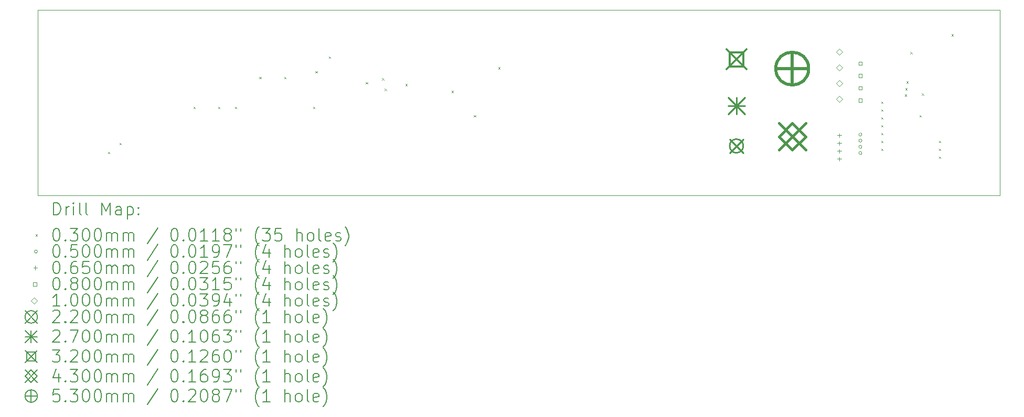
<source format=gbr>
%TF.GenerationSoftware,KiCad,Pcbnew,9.0.3*%
%TF.CreationDate,2025-08-19T12:47:54+01:00*%
%TF.ProjectId,PCB_RULER_IPRL_2025,5043425f-5255-44c4-9552-5f4950524c5f,rev?*%
%TF.SameCoordinates,Original*%
%TF.FileFunction,Drillmap*%
%TF.FilePolarity,Positive*%
%FSLAX45Y45*%
G04 Gerber Fmt 4.5, Leading zero omitted, Abs format (unit mm)*
G04 Created by KiCad (PCBNEW 9.0.3) date 2025-08-19 12:47:54*
%MOMM*%
%LPD*%
G01*
G04 APERTURE LIST*
%ADD10C,0.050000*%
%ADD11C,0.200000*%
%ADD12C,0.100000*%
%ADD13C,0.220000*%
%ADD14C,0.270000*%
%ADD15C,0.320000*%
%ADD16C,0.430000*%
%ADD17C,0.530000*%
G04 APERTURE END LIST*
D10*
X7220000Y-8500000D02*
X22750000Y-8500000D01*
X22750000Y-11500000D01*
X7220000Y-11500000D01*
X7220000Y-8500000D01*
D11*
D12*
X8355000Y-10795000D02*
X8385000Y-10825000D01*
X8385000Y-10795000D02*
X8355000Y-10825000D01*
X8540000Y-10650000D02*
X8570000Y-10680000D01*
X8570000Y-10650000D02*
X8540000Y-10680000D01*
X9735000Y-10065000D02*
X9765000Y-10095000D01*
X9765000Y-10065000D02*
X9735000Y-10095000D01*
X10135000Y-10065000D02*
X10165000Y-10095000D01*
X10165000Y-10065000D02*
X10135000Y-10095000D01*
X10405000Y-10065000D02*
X10435000Y-10095000D01*
X10435000Y-10065000D02*
X10405000Y-10095000D01*
X10800000Y-9585000D02*
X10830000Y-9615000D01*
X10830000Y-9585000D02*
X10800000Y-9615000D01*
X11200000Y-9585000D02*
X11230000Y-9615000D01*
X11230000Y-9585000D02*
X11200000Y-9615000D01*
X11665000Y-10065000D02*
X11695000Y-10095000D01*
X11695000Y-10065000D02*
X11665000Y-10095000D01*
X11705000Y-9490000D02*
X11735000Y-9520000D01*
X11735000Y-9490000D02*
X11705000Y-9520000D01*
X11920000Y-9255000D02*
X11950000Y-9285000D01*
X11950000Y-9255000D02*
X11920000Y-9285000D01*
X12515000Y-9670000D02*
X12545000Y-9700000D01*
X12545000Y-9670000D02*
X12515000Y-9700000D01*
X12780000Y-9605000D02*
X12810000Y-9635000D01*
X12810000Y-9605000D02*
X12780000Y-9635000D01*
X12820000Y-9775000D02*
X12850000Y-9805000D01*
X12850000Y-9775000D02*
X12820000Y-9805000D01*
X13155000Y-9700000D02*
X13185000Y-9730000D01*
X13185000Y-9700000D02*
X13155000Y-9730000D01*
X13900000Y-9810000D02*
X13930000Y-9840000D01*
X13930000Y-9810000D02*
X13900000Y-9840000D01*
X14260000Y-10200000D02*
X14290000Y-10230000D01*
X14290000Y-10200000D02*
X14260000Y-10230000D01*
X14655000Y-9425000D02*
X14685000Y-9455000D01*
X14685000Y-9425000D02*
X14655000Y-9455000D01*
X20835000Y-9980000D02*
X20865000Y-10010000D01*
X20865000Y-9980000D02*
X20835000Y-10010000D01*
X20835000Y-10110000D02*
X20865000Y-10140000D01*
X20865000Y-10110000D02*
X20835000Y-10140000D01*
X20835000Y-10235000D02*
X20865000Y-10265000D01*
X20865000Y-10235000D02*
X20835000Y-10265000D01*
X20835000Y-10362000D02*
X20865000Y-10392000D01*
X20865000Y-10362000D02*
X20835000Y-10392000D01*
X20835000Y-10489000D02*
X20865000Y-10519000D01*
X20865000Y-10489000D02*
X20835000Y-10519000D01*
X20835000Y-10616000D02*
X20865000Y-10646000D01*
X20865000Y-10616000D02*
X20835000Y-10646000D01*
X20835000Y-10743000D02*
X20865000Y-10773000D01*
X20865000Y-10743000D02*
X20835000Y-10773000D01*
X21215000Y-9865000D02*
X21245000Y-9895000D01*
X21245000Y-9865000D02*
X21215000Y-9895000D01*
X21225000Y-9765000D02*
X21255000Y-9795000D01*
X21255000Y-9765000D02*
X21225000Y-9795000D01*
X21225000Y-9765000D02*
X21255000Y-9795000D01*
X21255000Y-9765000D02*
X21225000Y-9795000D01*
X21240000Y-9657000D02*
X21270000Y-9687000D01*
X21270000Y-9657000D02*
X21240000Y-9687000D01*
X21305000Y-9180000D02*
X21335000Y-9210000D01*
X21335000Y-9180000D02*
X21305000Y-9210000D01*
X21455000Y-10200000D02*
X21485000Y-10230000D01*
X21485000Y-10200000D02*
X21455000Y-10230000D01*
X21490000Y-9850000D02*
X21520000Y-9880000D01*
X21520000Y-9850000D02*
X21490000Y-9880000D01*
X21765000Y-10616000D02*
X21795000Y-10646000D01*
X21795000Y-10616000D02*
X21765000Y-10646000D01*
X21765000Y-10743000D02*
X21795000Y-10773000D01*
X21795000Y-10743000D02*
X21765000Y-10773000D01*
X21765000Y-10870000D02*
X21795000Y-10900000D01*
X21795000Y-10870000D02*
X21765000Y-10900000D01*
X21970000Y-8895000D02*
X22000000Y-8925000D01*
X22000000Y-8895000D02*
X21970000Y-8925000D01*
X20525000Y-10515000D02*
G75*
G02*
X20475000Y-10515000I-25000J0D01*
G01*
X20475000Y-10515000D02*
G75*
G02*
X20525000Y-10515000I25000J0D01*
G01*
X20525000Y-10615000D02*
G75*
G02*
X20475000Y-10615000I-25000J0D01*
G01*
X20475000Y-10615000D02*
G75*
G02*
X20525000Y-10615000I25000J0D01*
G01*
X20525000Y-10715000D02*
G75*
G02*
X20475000Y-10715000I-25000J0D01*
G01*
X20475000Y-10715000D02*
G75*
G02*
X20525000Y-10715000I25000J0D01*
G01*
X20525000Y-10815000D02*
G75*
G02*
X20475000Y-10815000I-25000J0D01*
G01*
X20475000Y-10815000D02*
G75*
G02*
X20525000Y-10815000I25000J0D01*
G01*
X20160000Y-10496500D02*
X20160000Y-10561500D01*
X20127500Y-10529000D02*
X20192500Y-10529000D01*
X20160000Y-10623500D02*
X20160000Y-10688500D01*
X20127500Y-10656000D02*
X20192500Y-10656000D01*
X20160000Y-10750500D02*
X20160000Y-10815500D01*
X20127500Y-10783000D02*
X20192500Y-10783000D01*
X20160000Y-10877500D02*
X20160000Y-10942500D01*
X20127500Y-10910000D02*
X20192500Y-10910000D01*
X20528285Y-9393285D02*
X20528285Y-9336716D01*
X20471716Y-9336716D01*
X20471716Y-9393285D01*
X20528285Y-9393285D01*
X20528285Y-9593285D02*
X20528285Y-9536716D01*
X20471716Y-9536716D01*
X20471716Y-9593285D01*
X20528285Y-9593285D01*
X20528285Y-9793285D02*
X20528285Y-9736716D01*
X20471716Y-9736716D01*
X20471716Y-9793285D01*
X20528285Y-9793285D01*
X20528285Y-9993285D02*
X20528285Y-9936716D01*
X20471716Y-9936716D01*
X20471716Y-9993285D01*
X20528285Y-9993285D01*
X20160000Y-9228000D02*
X20210000Y-9178000D01*
X20160000Y-9128000D01*
X20110000Y-9178000D01*
X20160000Y-9228000D01*
X20160000Y-9482000D02*
X20210000Y-9432000D01*
X20160000Y-9382000D01*
X20110000Y-9432000D01*
X20160000Y-9482000D01*
X20160000Y-9736000D02*
X20210000Y-9686000D01*
X20160000Y-9636000D01*
X20110000Y-9686000D01*
X20160000Y-9736000D01*
X20160000Y-9990000D02*
X20210000Y-9940000D01*
X20160000Y-9890000D01*
X20110000Y-9940000D01*
X20160000Y-9990000D01*
D13*
X18390000Y-10590000D02*
X18610000Y-10810000D01*
X18610000Y-10590000D02*
X18390000Y-10810000D01*
X18610000Y-10700000D02*
G75*
G02*
X18390000Y-10700000I-110000J0D01*
G01*
X18390000Y-10700000D02*
G75*
G02*
X18610000Y-10700000I110000J0D01*
G01*
D14*
X18365000Y-9915000D02*
X18635000Y-10185000D01*
X18635000Y-9915000D02*
X18365000Y-10185000D01*
X18500000Y-9915000D02*
X18500000Y-10185000D01*
X18365000Y-10050000D02*
X18635000Y-10050000D01*
D15*
X18340000Y-9140000D02*
X18660000Y-9460000D01*
X18660000Y-9140000D02*
X18340000Y-9460000D01*
X18613138Y-9413138D02*
X18613138Y-9186862D01*
X18386862Y-9186862D01*
X18386862Y-9413138D01*
X18613138Y-9413138D01*
D16*
X19185000Y-10335000D02*
X19615000Y-10765000D01*
X19615000Y-10335000D02*
X19185000Y-10765000D01*
X19400000Y-10765000D02*
X19615000Y-10550000D01*
X19400000Y-10335000D01*
X19185000Y-10550000D01*
X19400000Y-10765000D01*
D17*
X19400000Y-9185000D02*
X19400000Y-9715000D01*
X19135000Y-9450000D02*
X19665000Y-9450000D01*
X19665000Y-9450000D02*
G75*
G02*
X19135000Y-9450000I-265000J0D01*
G01*
X19135000Y-9450000D02*
G75*
G02*
X19665000Y-9450000I265000J0D01*
G01*
D11*
X7478277Y-11813984D02*
X7478277Y-11613984D01*
X7478277Y-11613984D02*
X7525896Y-11613984D01*
X7525896Y-11613984D02*
X7554467Y-11623508D01*
X7554467Y-11623508D02*
X7573515Y-11642555D01*
X7573515Y-11642555D02*
X7583039Y-11661603D01*
X7583039Y-11661603D02*
X7592562Y-11699698D01*
X7592562Y-11699698D02*
X7592562Y-11728269D01*
X7592562Y-11728269D02*
X7583039Y-11766365D01*
X7583039Y-11766365D02*
X7573515Y-11785412D01*
X7573515Y-11785412D02*
X7554467Y-11804460D01*
X7554467Y-11804460D02*
X7525896Y-11813984D01*
X7525896Y-11813984D02*
X7478277Y-11813984D01*
X7678277Y-11813984D02*
X7678277Y-11680650D01*
X7678277Y-11718746D02*
X7687801Y-11699698D01*
X7687801Y-11699698D02*
X7697324Y-11690174D01*
X7697324Y-11690174D02*
X7716372Y-11680650D01*
X7716372Y-11680650D02*
X7735420Y-11680650D01*
X7802086Y-11813984D02*
X7802086Y-11680650D01*
X7802086Y-11613984D02*
X7792562Y-11623508D01*
X7792562Y-11623508D02*
X7802086Y-11633031D01*
X7802086Y-11633031D02*
X7811610Y-11623508D01*
X7811610Y-11623508D02*
X7802086Y-11613984D01*
X7802086Y-11613984D02*
X7802086Y-11633031D01*
X7925896Y-11813984D02*
X7906848Y-11804460D01*
X7906848Y-11804460D02*
X7897324Y-11785412D01*
X7897324Y-11785412D02*
X7897324Y-11613984D01*
X8030658Y-11813984D02*
X8011610Y-11804460D01*
X8011610Y-11804460D02*
X8002086Y-11785412D01*
X8002086Y-11785412D02*
X8002086Y-11613984D01*
X8259229Y-11813984D02*
X8259229Y-11613984D01*
X8259229Y-11613984D02*
X8325896Y-11756841D01*
X8325896Y-11756841D02*
X8392563Y-11613984D01*
X8392563Y-11613984D02*
X8392563Y-11813984D01*
X8573515Y-11813984D02*
X8573515Y-11709222D01*
X8573515Y-11709222D02*
X8563991Y-11690174D01*
X8563991Y-11690174D02*
X8544944Y-11680650D01*
X8544944Y-11680650D02*
X8506848Y-11680650D01*
X8506848Y-11680650D02*
X8487801Y-11690174D01*
X8573515Y-11804460D02*
X8554467Y-11813984D01*
X8554467Y-11813984D02*
X8506848Y-11813984D01*
X8506848Y-11813984D02*
X8487801Y-11804460D01*
X8487801Y-11804460D02*
X8478277Y-11785412D01*
X8478277Y-11785412D02*
X8478277Y-11766365D01*
X8478277Y-11766365D02*
X8487801Y-11747317D01*
X8487801Y-11747317D02*
X8506848Y-11737793D01*
X8506848Y-11737793D02*
X8554467Y-11737793D01*
X8554467Y-11737793D02*
X8573515Y-11728269D01*
X8668753Y-11680650D02*
X8668753Y-11880650D01*
X8668753Y-11690174D02*
X8687801Y-11680650D01*
X8687801Y-11680650D02*
X8725896Y-11680650D01*
X8725896Y-11680650D02*
X8744944Y-11690174D01*
X8744944Y-11690174D02*
X8754467Y-11699698D01*
X8754467Y-11699698D02*
X8763991Y-11718746D01*
X8763991Y-11718746D02*
X8763991Y-11775888D01*
X8763991Y-11775888D02*
X8754467Y-11794936D01*
X8754467Y-11794936D02*
X8744944Y-11804460D01*
X8744944Y-11804460D02*
X8725896Y-11813984D01*
X8725896Y-11813984D02*
X8687801Y-11813984D01*
X8687801Y-11813984D02*
X8668753Y-11804460D01*
X8849705Y-11794936D02*
X8859229Y-11804460D01*
X8859229Y-11804460D02*
X8849705Y-11813984D01*
X8849705Y-11813984D02*
X8840182Y-11804460D01*
X8840182Y-11804460D02*
X8849705Y-11794936D01*
X8849705Y-11794936D02*
X8849705Y-11813984D01*
X8849705Y-11690174D02*
X8859229Y-11699698D01*
X8859229Y-11699698D02*
X8849705Y-11709222D01*
X8849705Y-11709222D02*
X8840182Y-11699698D01*
X8840182Y-11699698D02*
X8849705Y-11690174D01*
X8849705Y-11690174D02*
X8849705Y-11709222D01*
D12*
X7187500Y-12127500D02*
X7217500Y-12157500D01*
X7217500Y-12127500D02*
X7187500Y-12157500D01*
D11*
X7516372Y-12033984D02*
X7535420Y-12033984D01*
X7535420Y-12033984D02*
X7554467Y-12043508D01*
X7554467Y-12043508D02*
X7563991Y-12053031D01*
X7563991Y-12053031D02*
X7573515Y-12072079D01*
X7573515Y-12072079D02*
X7583039Y-12110174D01*
X7583039Y-12110174D02*
X7583039Y-12157793D01*
X7583039Y-12157793D02*
X7573515Y-12195888D01*
X7573515Y-12195888D02*
X7563991Y-12214936D01*
X7563991Y-12214936D02*
X7554467Y-12224460D01*
X7554467Y-12224460D02*
X7535420Y-12233984D01*
X7535420Y-12233984D02*
X7516372Y-12233984D01*
X7516372Y-12233984D02*
X7497324Y-12224460D01*
X7497324Y-12224460D02*
X7487801Y-12214936D01*
X7487801Y-12214936D02*
X7478277Y-12195888D01*
X7478277Y-12195888D02*
X7468753Y-12157793D01*
X7468753Y-12157793D02*
X7468753Y-12110174D01*
X7468753Y-12110174D02*
X7478277Y-12072079D01*
X7478277Y-12072079D02*
X7487801Y-12053031D01*
X7487801Y-12053031D02*
X7497324Y-12043508D01*
X7497324Y-12043508D02*
X7516372Y-12033984D01*
X7668753Y-12214936D02*
X7678277Y-12224460D01*
X7678277Y-12224460D02*
X7668753Y-12233984D01*
X7668753Y-12233984D02*
X7659229Y-12224460D01*
X7659229Y-12224460D02*
X7668753Y-12214936D01*
X7668753Y-12214936D02*
X7668753Y-12233984D01*
X7744943Y-12033984D02*
X7868753Y-12033984D01*
X7868753Y-12033984D02*
X7802086Y-12110174D01*
X7802086Y-12110174D02*
X7830658Y-12110174D01*
X7830658Y-12110174D02*
X7849705Y-12119698D01*
X7849705Y-12119698D02*
X7859229Y-12129222D01*
X7859229Y-12129222D02*
X7868753Y-12148269D01*
X7868753Y-12148269D02*
X7868753Y-12195888D01*
X7868753Y-12195888D02*
X7859229Y-12214936D01*
X7859229Y-12214936D02*
X7849705Y-12224460D01*
X7849705Y-12224460D02*
X7830658Y-12233984D01*
X7830658Y-12233984D02*
X7773515Y-12233984D01*
X7773515Y-12233984D02*
X7754467Y-12224460D01*
X7754467Y-12224460D02*
X7744943Y-12214936D01*
X7992562Y-12033984D02*
X8011610Y-12033984D01*
X8011610Y-12033984D02*
X8030658Y-12043508D01*
X8030658Y-12043508D02*
X8040182Y-12053031D01*
X8040182Y-12053031D02*
X8049705Y-12072079D01*
X8049705Y-12072079D02*
X8059229Y-12110174D01*
X8059229Y-12110174D02*
X8059229Y-12157793D01*
X8059229Y-12157793D02*
X8049705Y-12195888D01*
X8049705Y-12195888D02*
X8040182Y-12214936D01*
X8040182Y-12214936D02*
X8030658Y-12224460D01*
X8030658Y-12224460D02*
X8011610Y-12233984D01*
X8011610Y-12233984D02*
X7992562Y-12233984D01*
X7992562Y-12233984D02*
X7973515Y-12224460D01*
X7973515Y-12224460D02*
X7963991Y-12214936D01*
X7963991Y-12214936D02*
X7954467Y-12195888D01*
X7954467Y-12195888D02*
X7944943Y-12157793D01*
X7944943Y-12157793D02*
X7944943Y-12110174D01*
X7944943Y-12110174D02*
X7954467Y-12072079D01*
X7954467Y-12072079D02*
X7963991Y-12053031D01*
X7963991Y-12053031D02*
X7973515Y-12043508D01*
X7973515Y-12043508D02*
X7992562Y-12033984D01*
X8183039Y-12033984D02*
X8202086Y-12033984D01*
X8202086Y-12033984D02*
X8221134Y-12043508D01*
X8221134Y-12043508D02*
X8230658Y-12053031D01*
X8230658Y-12053031D02*
X8240182Y-12072079D01*
X8240182Y-12072079D02*
X8249705Y-12110174D01*
X8249705Y-12110174D02*
X8249705Y-12157793D01*
X8249705Y-12157793D02*
X8240182Y-12195888D01*
X8240182Y-12195888D02*
X8230658Y-12214936D01*
X8230658Y-12214936D02*
X8221134Y-12224460D01*
X8221134Y-12224460D02*
X8202086Y-12233984D01*
X8202086Y-12233984D02*
X8183039Y-12233984D01*
X8183039Y-12233984D02*
X8163991Y-12224460D01*
X8163991Y-12224460D02*
X8154467Y-12214936D01*
X8154467Y-12214936D02*
X8144943Y-12195888D01*
X8144943Y-12195888D02*
X8135420Y-12157793D01*
X8135420Y-12157793D02*
X8135420Y-12110174D01*
X8135420Y-12110174D02*
X8144943Y-12072079D01*
X8144943Y-12072079D02*
X8154467Y-12053031D01*
X8154467Y-12053031D02*
X8163991Y-12043508D01*
X8163991Y-12043508D02*
X8183039Y-12033984D01*
X8335420Y-12233984D02*
X8335420Y-12100650D01*
X8335420Y-12119698D02*
X8344943Y-12110174D01*
X8344943Y-12110174D02*
X8363991Y-12100650D01*
X8363991Y-12100650D02*
X8392563Y-12100650D01*
X8392563Y-12100650D02*
X8411610Y-12110174D01*
X8411610Y-12110174D02*
X8421134Y-12129222D01*
X8421134Y-12129222D02*
X8421134Y-12233984D01*
X8421134Y-12129222D02*
X8430658Y-12110174D01*
X8430658Y-12110174D02*
X8449705Y-12100650D01*
X8449705Y-12100650D02*
X8478277Y-12100650D01*
X8478277Y-12100650D02*
X8497325Y-12110174D01*
X8497325Y-12110174D02*
X8506848Y-12129222D01*
X8506848Y-12129222D02*
X8506848Y-12233984D01*
X8602086Y-12233984D02*
X8602086Y-12100650D01*
X8602086Y-12119698D02*
X8611610Y-12110174D01*
X8611610Y-12110174D02*
X8630658Y-12100650D01*
X8630658Y-12100650D02*
X8659229Y-12100650D01*
X8659229Y-12100650D02*
X8678277Y-12110174D01*
X8678277Y-12110174D02*
X8687801Y-12129222D01*
X8687801Y-12129222D02*
X8687801Y-12233984D01*
X8687801Y-12129222D02*
X8697325Y-12110174D01*
X8697325Y-12110174D02*
X8716372Y-12100650D01*
X8716372Y-12100650D02*
X8744944Y-12100650D01*
X8744944Y-12100650D02*
X8763991Y-12110174D01*
X8763991Y-12110174D02*
X8773515Y-12129222D01*
X8773515Y-12129222D02*
X8773515Y-12233984D01*
X9163991Y-12024460D02*
X8992563Y-12281603D01*
X9421134Y-12033984D02*
X9440182Y-12033984D01*
X9440182Y-12033984D02*
X9459229Y-12043508D01*
X9459229Y-12043508D02*
X9468753Y-12053031D01*
X9468753Y-12053031D02*
X9478277Y-12072079D01*
X9478277Y-12072079D02*
X9487801Y-12110174D01*
X9487801Y-12110174D02*
X9487801Y-12157793D01*
X9487801Y-12157793D02*
X9478277Y-12195888D01*
X9478277Y-12195888D02*
X9468753Y-12214936D01*
X9468753Y-12214936D02*
X9459229Y-12224460D01*
X9459229Y-12224460D02*
X9440182Y-12233984D01*
X9440182Y-12233984D02*
X9421134Y-12233984D01*
X9421134Y-12233984D02*
X9402087Y-12224460D01*
X9402087Y-12224460D02*
X9392563Y-12214936D01*
X9392563Y-12214936D02*
X9383039Y-12195888D01*
X9383039Y-12195888D02*
X9373515Y-12157793D01*
X9373515Y-12157793D02*
X9373515Y-12110174D01*
X9373515Y-12110174D02*
X9383039Y-12072079D01*
X9383039Y-12072079D02*
X9392563Y-12053031D01*
X9392563Y-12053031D02*
X9402087Y-12043508D01*
X9402087Y-12043508D02*
X9421134Y-12033984D01*
X9573515Y-12214936D02*
X9583039Y-12224460D01*
X9583039Y-12224460D02*
X9573515Y-12233984D01*
X9573515Y-12233984D02*
X9563991Y-12224460D01*
X9563991Y-12224460D02*
X9573515Y-12214936D01*
X9573515Y-12214936D02*
X9573515Y-12233984D01*
X9706848Y-12033984D02*
X9725896Y-12033984D01*
X9725896Y-12033984D02*
X9744944Y-12043508D01*
X9744944Y-12043508D02*
X9754468Y-12053031D01*
X9754468Y-12053031D02*
X9763991Y-12072079D01*
X9763991Y-12072079D02*
X9773515Y-12110174D01*
X9773515Y-12110174D02*
X9773515Y-12157793D01*
X9773515Y-12157793D02*
X9763991Y-12195888D01*
X9763991Y-12195888D02*
X9754468Y-12214936D01*
X9754468Y-12214936D02*
X9744944Y-12224460D01*
X9744944Y-12224460D02*
X9725896Y-12233984D01*
X9725896Y-12233984D02*
X9706848Y-12233984D01*
X9706848Y-12233984D02*
X9687801Y-12224460D01*
X9687801Y-12224460D02*
X9678277Y-12214936D01*
X9678277Y-12214936D02*
X9668753Y-12195888D01*
X9668753Y-12195888D02*
X9659229Y-12157793D01*
X9659229Y-12157793D02*
X9659229Y-12110174D01*
X9659229Y-12110174D02*
X9668753Y-12072079D01*
X9668753Y-12072079D02*
X9678277Y-12053031D01*
X9678277Y-12053031D02*
X9687801Y-12043508D01*
X9687801Y-12043508D02*
X9706848Y-12033984D01*
X9963991Y-12233984D02*
X9849706Y-12233984D01*
X9906848Y-12233984D02*
X9906848Y-12033984D01*
X9906848Y-12033984D02*
X9887801Y-12062555D01*
X9887801Y-12062555D02*
X9868753Y-12081603D01*
X9868753Y-12081603D02*
X9849706Y-12091127D01*
X10154468Y-12233984D02*
X10040182Y-12233984D01*
X10097325Y-12233984D02*
X10097325Y-12033984D01*
X10097325Y-12033984D02*
X10078277Y-12062555D01*
X10078277Y-12062555D02*
X10059229Y-12081603D01*
X10059229Y-12081603D02*
X10040182Y-12091127D01*
X10268753Y-12119698D02*
X10249706Y-12110174D01*
X10249706Y-12110174D02*
X10240182Y-12100650D01*
X10240182Y-12100650D02*
X10230658Y-12081603D01*
X10230658Y-12081603D02*
X10230658Y-12072079D01*
X10230658Y-12072079D02*
X10240182Y-12053031D01*
X10240182Y-12053031D02*
X10249706Y-12043508D01*
X10249706Y-12043508D02*
X10268753Y-12033984D01*
X10268753Y-12033984D02*
X10306849Y-12033984D01*
X10306849Y-12033984D02*
X10325896Y-12043508D01*
X10325896Y-12043508D02*
X10335420Y-12053031D01*
X10335420Y-12053031D02*
X10344944Y-12072079D01*
X10344944Y-12072079D02*
X10344944Y-12081603D01*
X10344944Y-12081603D02*
X10335420Y-12100650D01*
X10335420Y-12100650D02*
X10325896Y-12110174D01*
X10325896Y-12110174D02*
X10306849Y-12119698D01*
X10306849Y-12119698D02*
X10268753Y-12119698D01*
X10268753Y-12119698D02*
X10249706Y-12129222D01*
X10249706Y-12129222D02*
X10240182Y-12138746D01*
X10240182Y-12138746D02*
X10230658Y-12157793D01*
X10230658Y-12157793D02*
X10230658Y-12195888D01*
X10230658Y-12195888D02*
X10240182Y-12214936D01*
X10240182Y-12214936D02*
X10249706Y-12224460D01*
X10249706Y-12224460D02*
X10268753Y-12233984D01*
X10268753Y-12233984D02*
X10306849Y-12233984D01*
X10306849Y-12233984D02*
X10325896Y-12224460D01*
X10325896Y-12224460D02*
X10335420Y-12214936D01*
X10335420Y-12214936D02*
X10344944Y-12195888D01*
X10344944Y-12195888D02*
X10344944Y-12157793D01*
X10344944Y-12157793D02*
X10335420Y-12138746D01*
X10335420Y-12138746D02*
X10325896Y-12129222D01*
X10325896Y-12129222D02*
X10306849Y-12119698D01*
X10421134Y-12033984D02*
X10421134Y-12072079D01*
X10497325Y-12033984D02*
X10497325Y-12072079D01*
X10792563Y-12310174D02*
X10783039Y-12300650D01*
X10783039Y-12300650D02*
X10763991Y-12272079D01*
X10763991Y-12272079D02*
X10754468Y-12253031D01*
X10754468Y-12253031D02*
X10744944Y-12224460D01*
X10744944Y-12224460D02*
X10735420Y-12176841D01*
X10735420Y-12176841D02*
X10735420Y-12138746D01*
X10735420Y-12138746D02*
X10744944Y-12091127D01*
X10744944Y-12091127D02*
X10754468Y-12062555D01*
X10754468Y-12062555D02*
X10763991Y-12043508D01*
X10763991Y-12043508D02*
X10783039Y-12014936D01*
X10783039Y-12014936D02*
X10792563Y-12005412D01*
X10849706Y-12033984D02*
X10973515Y-12033984D01*
X10973515Y-12033984D02*
X10906849Y-12110174D01*
X10906849Y-12110174D02*
X10935420Y-12110174D01*
X10935420Y-12110174D02*
X10954468Y-12119698D01*
X10954468Y-12119698D02*
X10963991Y-12129222D01*
X10963991Y-12129222D02*
X10973515Y-12148269D01*
X10973515Y-12148269D02*
X10973515Y-12195888D01*
X10973515Y-12195888D02*
X10963991Y-12214936D01*
X10963991Y-12214936D02*
X10954468Y-12224460D01*
X10954468Y-12224460D02*
X10935420Y-12233984D01*
X10935420Y-12233984D02*
X10878277Y-12233984D01*
X10878277Y-12233984D02*
X10859230Y-12224460D01*
X10859230Y-12224460D02*
X10849706Y-12214936D01*
X11154468Y-12033984D02*
X11059230Y-12033984D01*
X11059230Y-12033984D02*
X11049706Y-12129222D01*
X11049706Y-12129222D02*
X11059230Y-12119698D01*
X11059230Y-12119698D02*
X11078277Y-12110174D01*
X11078277Y-12110174D02*
X11125896Y-12110174D01*
X11125896Y-12110174D02*
X11144944Y-12119698D01*
X11144944Y-12119698D02*
X11154468Y-12129222D01*
X11154468Y-12129222D02*
X11163991Y-12148269D01*
X11163991Y-12148269D02*
X11163991Y-12195888D01*
X11163991Y-12195888D02*
X11154468Y-12214936D01*
X11154468Y-12214936D02*
X11144944Y-12224460D01*
X11144944Y-12224460D02*
X11125896Y-12233984D01*
X11125896Y-12233984D02*
X11078277Y-12233984D01*
X11078277Y-12233984D02*
X11059230Y-12224460D01*
X11059230Y-12224460D02*
X11049706Y-12214936D01*
X11402087Y-12233984D02*
X11402087Y-12033984D01*
X11487801Y-12233984D02*
X11487801Y-12129222D01*
X11487801Y-12129222D02*
X11478277Y-12110174D01*
X11478277Y-12110174D02*
X11459230Y-12100650D01*
X11459230Y-12100650D02*
X11430658Y-12100650D01*
X11430658Y-12100650D02*
X11411610Y-12110174D01*
X11411610Y-12110174D02*
X11402087Y-12119698D01*
X11611610Y-12233984D02*
X11592563Y-12224460D01*
X11592563Y-12224460D02*
X11583039Y-12214936D01*
X11583039Y-12214936D02*
X11573515Y-12195888D01*
X11573515Y-12195888D02*
X11573515Y-12138746D01*
X11573515Y-12138746D02*
X11583039Y-12119698D01*
X11583039Y-12119698D02*
X11592563Y-12110174D01*
X11592563Y-12110174D02*
X11611610Y-12100650D01*
X11611610Y-12100650D02*
X11640182Y-12100650D01*
X11640182Y-12100650D02*
X11659230Y-12110174D01*
X11659230Y-12110174D02*
X11668753Y-12119698D01*
X11668753Y-12119698D02*
X11678277Y-12138746D01*
X11678277Y-12138746D02*
X11678277Y-12195888D01*
X11678277Y-12195888D02*
X11668753Y-12214936D01*
X11668753Y-12214936D02*
X11659230Y-12224460D01*
X11659230Y-12224460D02*
X11640182Y-12233984D01*
X11640182Y-12233984D02*
X11611610Y-12233984D01*
X11792563Y-12233984D02*
X11773515Y-12224460D01*
X11773515Y-12224460D02*
X11763991Y-12205412D01*
X11763991Y-12205412D02*
X11763991Y-12033984D01*
X11944944Y-12224460D02*
X11925896Y-12233984D01*
X11925896Y-12233984D02*
X11887801Y-12233984D01*
X11887801Y-12233984D02*
X11868753Y-12224460D01*
X11868753Y-12224460D02*
X11859230Y-12205412D01*
X11859230Y-12205412D02*
X11859230Y-12129222D01*
X11859230Y-12129222D02*
X11868753Y-12110174D01*
X11868753Y-12110174D02*
X11887801Y-12100650D01*
X11887801Y-12100650D02*
X11925896Y-12100650D01*
X11925896Y-12100650D02*
X11944944Y-12110174D01*
X11944944Y-12110174D02*
X11954468Y-12129222D01*
X11954468Y-12129222D02*
X11954468Y-12148269D01*
X11954468Y-12148269D02*
X11859230Y-12167317D01*
X12030658Y-12224460D02*
X12049706Y-12233984D01*
X12049706Y-12233984D02*
X12087801Y-12233984D01*
X12087801Y-12233984D02*
X12106849Y-12224460D01*
X12106849Y-12224460D02*
X12116372Y-12205412D01*
X12116372Y-12205412D02*
X12116372Y-12195888D01*
X12116372Y-12195888D02*
X12106849Y-12176841D01*
X12106849Y-12176841D02*
X12087801Y-12167317D01*
X12087801Y-12167317D02*
X12059230Y-12167317D01*
X12059230Y-12167317D02*
X12040182Y-12157793D01*
X12040182Y-12157793D02*
X12030658Y-12138746D01*
X12030658Y-12138746D02*
X12030658Y-12129222D01*
X12030658Y-12129222D02*
X12040182Y-12110174D01*
X12040182Y-12110174D02*
X12059230Y-12100650D01*
X12059230Y-12100650D02*
X12087801Y-12100650D01*
X12087801Y-12100650D02*
X12106849Y-12110174D01*
X12183039Y-12310174D02*
X12192563Y-12300650D01*
X12192563Y-12300650D02*
X12211611Y-12272079D01*
X12211611Y-12272079D02*
X12221134Y-12253031D01*
X12221134Y-12253031D02*
X12230658Y-12224460D01*
X12230658Y-12224460D02*
X12240182Y-12176841D01*
X12240182Y-12176841D02*
X12240182Y-12138746D01*
X12240182Y-12138746D02*
X12230658Y-12091127D01*
X12230658Y-12091127D02*
X12221134Y-12062555D01*
X12221134Y-12062555D02*
X12211611Y-12043508D01*
X12211611Y-12043508D02*
X12192563Y-12014936D01*
X12192563Y-12014936D02*
X12183039Y-12005412D01*
D12*
X7217500Y-12406500D02*
G75*
G02*
X7167500Y-12406500I-25000J0D01*
G01*
X7167500Y-12406500D02*
G75*
G02*
X7217500Y-12406500I25000J0D01*
G01*
D11*
X7516372Y-12297984D02*
X7535420Y-12297984D01*
X7535420Y-12297984D02*
X7554467Y-12307508D01*
X7554467Y-12307508D02*
X7563991Y-12317031D01*
X7563991Y-12317031D02*
X7573515Y-12336079D01*
X7573515Y-12336079D02*
X7583039Y-12374174D01*
X7583039Y-12374174D02*
X7583039Y-12421793D01*
X7583039Y-12421793D02*
X7573515Y-12459888D01*
X7573515Y-12459888D02*
X7563991Y-12478936D01*
X7563991Y-12478936D02*
X7554467Y-12488460D01*
X7554467Y-12488460D02*
X7535420Y-12497984D01*
X7535420Y-12497984D02*
X7516372Y-12497984D01*
X7516372Y-12497984D02*
X7497324Y-12488460D01*
X7497324Y-12488460D02*
X7487801Y-12478936D01*
X7487801Y-12478936D02*
X7478277Y-12459888D01*
X7478277Y-12459888D02*
X7468753Y-12421793D01*
X7468753Y-12421793D02*
X7468753Y-12374174D01*
X7468753Y-12374174D02*
X7478277Y-12336079D01*
X7478277Y-12336079D02*
X7487801Y-12317031D01*
X7487801Y-12317031D02*
X7497324Y-12307508D01*
X7497324Y-12307508D02*
X7516372Y-12297984D01*
X7668753Y-12478936D02*
X7678277Y-12488460D01*
X7678277Y-12488460D02*
X7668753Y-12497984D01*
X7668753Y-12497984D02*
X7659229Y-12488460D01*
X7659229Y-12488460D02*
X7668753Y-12478936D01*
X7668753Y-12478936D02*
X7668753Y-12497984D01*
X7859229Y-12297984D02*
X7763991Y-12297984D01*
X7763991Y-12297984D02*
X7754467Y-12393222D01*
X7754467Y-12393222D02*
X7763991Y-12383698D01*
X7763991Y-12383698D02*
X7783039Y-12374174D01*
X7783039Y-12374174D02*
X7830658Y-12374174D01*
X7830658Y-12374174D02*
X7849705Y-12383698D01*
X7849705Y-12383698D02*
X7859229Y-12393222D01*
X7859229Y-12393222D02*
X7868753Y-12412269D01*
X7868753Y-12412269D02*
X7868753Y-12459888D01*
X7868753Y-12459888D02*
X7859229Y-12478936D01*
X7859229Y-12478936D02*
X7849705Y-12488460D01*
X7849705Y-12488460D02*
X7830658Y-12497984D01*
X7830658Y-12497984D02*
X7783039Y-12497984D01*
X7783039Y-12497984D02*
X7763991Y-12488460D01*
X7763991Y-12488460D02*
X7754467Y-12478936D01*
X7992562Y-12297984D02*
X8011610Y-12297984D01*
X8011610Y-12297984D02*
X8030658Y-12307508D01*
X8030658Y-12307508D02*
X8040182Y-12317031D01*
X8040182Y-12317031D02*
X8049705Y-12336079D01*
X8049705Y-12336079D02*
X8059229Y-12374174D01*
X8059229Y-12374174D02*
X8059229Y-12421793D01*
X8059229Y-12421793D02*
X8049705Y-12459888D01*
X8049705Y-12459888D02*
X8040182Y-12478936D01*
X8040182Y-12478936D02*
X8030658Y-12488460D01*
X8030658Y-12488460D02*
X8011610Y-12497984D01*
X8011610Y-12497984D02*
X7992562Y-12497984D01*
X7992562Y-12497984D02*
X7973515Y-12488460D01*
X7973515Y-12488460D02*
X7963991Y-12478936D01*
X7963991Y-12478936D02*
X7954467Y-12459888D01*
X7954467Y-12459888D02*
X7944943Y-12421793D01*
X7944943Y-12421793D02*
X7944943Y-12374174D01*
X7944943Y-12374174D02*
X7954467Y-12336079D01*
X7954467Y-12336079D02*
X7963991Y-12317031D01*
X7963991Y-12317031D02*
X7973515Y-12307508D01*
X7973515Y-12307508D02*
X7992562Y-12297984D01*
X8183039Y-12297984D02*
X8202086Y-12297984D01*
X8202086Y-12297984D02*
X8221134Y-12307508D01*
X8221134Y-12307508D02*
X8230658Y-12317031D01*
X8230658Y-12317031D02*
X8240182Y-12336079D01*
X8240182Y-12336079D02*
X8249705Y-12374174D01*
X8249705Y-12374174D02*
X8249705Y-12421793D01*
X8249705Y-12421793D02*
X8240182Y-12459888D01*
X8240182Y-12459888D02*
X8230658Y-12478936D01*
X8230658Y-12478936D02*
X8221134Y-12488460D01*
X8221134Y-12488460D02*
X8202086Y-12497984D01*
X8202086Y-12497984D02*
X8183039Y-12497984D01*
X8183039Y-12497984D02*
X8163991Y-12488460D01*
X8163991Y-12488460D02*
X8154467Y-12478936D01*
X8154467Y-12478936D02*
X8144943Y-12459888D01*
X8144943Y-12459888D02*
X8135420Y-12421793D01*
X8135420Y-12421793D02*
X8135420Y-12374174D01*
X8135420Y-12374174D02*
X8144943Y-12336079D01*
X8144943Y-12336079D02*
X8154467Y-12317031D01*
X8154467Y-12317031D02*
X8163991Y-12307508D01*
X8163991Y-12307508D02*
X8183039Y-12297984D01*
X8335420Y-12497984D02*
X8335420Y-12364650D01*
X8335420Y-12383698D02*
X8344943Y-12374174D01*
X8344943Y-12374174D02*
X8363991Y-12364650D01*
X8363991Y-12364650D02*
X8392563Y-12364650D01*
X8392563Y-12364650D02*
X8411610Y-12374174D01*
X8411610Y-12374174D02*
X8421134Y-12393222D01*
X8421134Y-12393222D02*
X8421134Y-12497984D01*
X8421134Y-12393222D02*
X8430658Y-12374174D01*
X8430658Y-12374174D02*
X8449705Y-12364650D01*
X8449705Y-12364650D02*
X8478277Y-12364650D01*
X8478277Y-12364650D02*
X8497325Y-12374174D01*
X8497325Y-12374174D02*
X8506848Y-12393222D01*
X8506848Y-12393222D02*
X8506848Y-12497984D01*
X8602086Y-12497984D02*
X8602086Y-12364650D01*
X8602086Y-12383698D02*
X8611610Y-12374174D01*
X8611610Y-12374174D02*
X8630658Y-12364650D01*
X8630658Y-12364650D02*
X8659229Y-12364650D01*
X8659229Y-12364650D02*
X8678277Y-12374174D01*
X8678277Y-12374174D02*
X8687801Y-12393222D01*
X8687801Y-12393222D02*
X8687801Y-12497984D01*
X8687801Y-12393222D02*
X8697325Y-12374174D01*
X8697325Y-12374174D02*
X8716372Y-12364650D01*
X8716372Y-12364650D02*
X8744944Y-12364650D01*
X8744944Y-12364650D02*
X8763991Y-12374174D01*
X8763991Y-12374174D02*
X8773515Y-12393222D01*
X8773515Y-12393222D02*
X8773515Y-12497984D01*
X9163991Y-12288460D02*
X8992563Y-12545603D01*
X9421134Y-12297984D02*
X9440182Y-12297984D01*
X9440182Y-12297984D02*
X9459229Y-12307508D01*
X9459229Y-12307508D02*
X9468753Y-12317031D01*
X9468753Y-12317031D02*
X9478277Y-12336079D01*
X9478277Y-12336079D02*
X9487801Y-12374174D01*
X9487801Y-12374174D02*
X9487801Y-12421793D01*
X9487801Y-12421793D02*
X9478277Y-12459888D01*
X9478277Y-12459888D02*
X9468753Y-12478936D01*
X9468753Y-12478936D02*
X9459229Y-12488460D01*
X9459229Y-12488460D02*
X9440182Y-12497984D01*
X9440182Y-12497984D02*
X9421134Y-12497984D01*
X9421134Y-12497984D02*
X9402087Y-12488460D01*
X9402087Y-12488460D02*
X9392563Y-12478936D01*
X9392563Y-12478936D02*
X9383039Y-12459888D01*
X9383039Y-12459888D02*
X9373515Y-12421793D01*
X9373515Y-12421793D02*
X9373515Y-12374174D01*
X9373515Y-12374174D02*
X9383039Y-12336079D01*
X9383039Y-12336079D02*
X9392563Y-12317031D01*
X9392563Y-12317031D02*
X9402087Y-12307508D01*
X9402087Y-12307508D02*
X9421134Y-12297984D01*
X9573515Y-12478936D02*
X9583039Y-12488460D01*
X9583039Y-12488460D02*
X9573515Y-12497984D01*
X9573515Y-12497984D02*
X9563991Y-12488460D01*
X9563991Y-12488460D02*
X9573515Y-12478936D01*
X9573515Y-12478936D02*
X9573515Y-12497984D01*
X9706848Y-12297984D02*
X9725896Y-12297984D01*
X9725896Y-12297984D02*
X9744944Y-12307508D01*
X9744944Y-12307508D02*
X9754468Y-12317031D01*
X9754468Y-12317031D02*
X9763991Y-12336079D01*
X9763991Y-12336079D02*
X9773515Y-12374174D01*
X9773515Y-12374174D02*
X9773515Y-12421793D01*
X9773515Y-12421793D02*
X9763991Y-12459888D01*
X9763991Y-12459888D02*
X9754468Y-12478936D01*
X9754468Y-12478936D02*
X9744944Y-12488460D01*
X9744944Y-12488460D02*
X9725896Y-12497984D01*
X9725896Y-12497984D02*
X9706848Y-12497984D01*
X9706848Y-12497984D02*
X9687801Y-12488460D01*
X9687801Y-12488460D02*
X9678277Y-12478936D01*
X9678277Y-12478936D02*
X9668753Y-12459888D01*
X9668753Y-12459888D02*
X9659229Y-12421793D01*
X9659229Y-12421793D02*
X9659229Y-12374174D01*
X9659229Y-12374174D02*
X9668753Y-12336079D01*
X9668753Y-12336079D02*
X9678277Y-12317031D01*
X9678277Y-12317031D02*
X9687801Y-12307508D01*
X9687801Y-12307508D02*
X9706848Y-12297984D01*
X9963991Y-12497984D02*
X9849706Y-12497984D01*
X9906848Y-12497984D02*
X9906848Y-12297984D01*
X9906848Y-12297984D02*
X9887801Y-12326555D01*
X9887801Y-12326555D02*
X9868753Y-12345603D01*
X9868753Y-12345603D02*
X9849706Y-12355127D01*
X10059229Y-12497984D02*
X10097325Y-12497984D01*
X10097325Y-12497984D02*
X10116372Y-12488460D01*
X10116372Y-12488460D02*
X10125896Y-12478936D01*
X10125896Y-12478936D02*
X10144944Y-12450365D01*
X10144944Y-12450365D02*
X10154468Y-12412269D01*
X10154468Y-12412269D02*
X10154468Y-12336079D01*
X10154468Y-12336079D02*
X10144944Y-12317031D01*
X10144944Y-12317031D02*
X10135420Y-12307508D01*
X10135420Y-12307508D02*
X10116372Y-12297984D01*
X10116372Y-12297984D02*
X10078277Y-12297984D01*
X10078277Y-12297984D02*
X10059229Y-12307508D01*
X10059229Y-12307508D02*
X10049706Y-12317031D01*
X10049706Y-12317031D02*
X10040182Y-12336079D01*
X10040182Y-12336079D02*
X10040182Y-12383698D01*
X10040182Y-12383698D02*
X10049706Y-12402746D01*
X10049706Y-12402746D02*
X10059229Y-12412269D01*
X10059229Y-12412269D02*
X10078277Y-12421793D01*
X10078277Y-12421793D02*
X10116372Y-12421793D01*
X10116372Y-12421793D02*
X10135420Y-12412269D01*
X10135420Y-12412269D02*
X10144944Y-12402746D01*
X10144944Y-12402746D02*
X10154468Y-12383698D01*
X10221134Y-12297984D02*
X10354468Y-12297984D01*
X10354468Y-12297984D02*
X10268753Y-12497984D01*
X10421134Y-12297984D02*
X10421134Y-12336079D01*
X10497325Y-12297984D02*
X10497325Y-12336079D01*
X10792563Y-12574174D02*
X10783039Y-12564650D01*
X10783039Y-12564650D02*
X10763991Y-12536079D01*
X10763991Y-12536079D02*
X10754468Y-12517031D01*
X10754468Y-12517031D02*
X10744944Y-12488460D01*
X10744944Y-12488460D02*
X10735420Y-12440841D01*
X10735420Y-12440841D02*
X10735420Y-12402746D01*
X10735420Y-12402746D02*
X10744944Y-12355127D01*
X10744944Y-12355127D02*
X10754468Y-12326555D01*
X10754468Y-12326555D02*
X10763991Y-12307508D01*
X10763991Y-12307508D02*
X10783039Y-12278936D01*
X10783039Y-12278936D02*
X10792563Y-12269412D01*
X10954468Y-12364650D02*
X10954468Y-12497984D01*
X10906849Y-12288460D02*
X10859230Y-12431317D01*
X10859230Y-12431317D02*
X10983039Y-12431317D01*
X11211610Y-12497984D02*
X11211610Y-12297984D01*
X11297325Y-12497984D02*
X11297325Y-12393222D01*
X11297325Y-12393222D02*
X11287801Y-12374174D01*
X11287801Y-12374174D02*
X11268753Y-12364650D01*
X11268753Y-12364650D02*
X11240182Y-12364650D01*
X11240182Y-12364650D02*
X11221134Y-12374174D01*
X11221134Y-12374174D02*
X11211610Y-12383698D01*
X11421134Y-12497984D02*
X11402087Y-12488460D01*
X11402087Y-12488460D02*
X11392563Y-12478936D01*
X11392563Y-12478936D02*
X11383039Y-12459888D01*
X11383039Y-12459888D02*
X11383039Y-12402746D01*
X11383039Y-12402746D02*
X11392563Y-12383698D01*
X11392563Y-12383698D02*
X11402087Y-12374174D01*
X11402087Y-12374174D02*
X11421134Y-12364650D01*
X11421134Y-12364650D02*
X11449706Y-12364650D01*
X11449706Y-12364650D02*
X11468753Y-12374174D01*
X11468753Y-12374174D02*
X11478277Y-12383698D01*
X11478277Y-12383698D02*
X11487801Y-12402746D01*
X11487801Y-12402746D02*
X11487801Y-12459888D01*
X11487801Y-12459888D02*
X11478277Y-12478936D01*
X11478277Y-12478936D02*
X11468753Y-12488460D01*
X11468753Y-12488460D02*
X11449706Y-12497984D01*
X11449706Y-12497984D02*
X11421134Y-12497984D01*
X11602087Y-12497984D02*
X11583039Y-12488460D01*
X11583039Y-12488460D02*
X11573515Y-12469412D01*
X11573515Y-12469412D02*
X11573515Y-12297984D01*
X11754468Y-12488460D02*
X11735420Y-12497984D01*
X11735420Y-12497984D02*
X11697325Y-12497984D01*
X11697325Y-12497984D02*
X11678277Y-12488460D01*
X11678277Y-12488460D02*
X11668753Y-12469412D01*
X11668753Y-12469412D02*
X11668753Y-12393222D01*
X11668753Y-12393222D02*
X11678277Y-12374174D01*
X11678277Y-12374174D02*
X11697325Y-12364650D01*
X11697325Y-12364650D02*
X11735420Y-12364650D01*
X11735420Y-12364650D02*
X11754468Y-12374174D01*
X11754468Y-12374174D02*
X11763991Y-12393222D01*
X11763991Y-12393222D02*
X11763991Y-12412269D01*
X11763991Y-12412269D02*
X11668753Y-12431317D01*
X11840182Y-12488460D02*
X11859230Y-12497984D01*
X11859230Y-12497984D02*
X11897325Y-12497984D01*
X11897325Y-12497984D02*
X11916372Y-12488460D01*
X11916372Y-12488460D02*
X11925896Y-12469412D01*
X11925896Y-12469412D02*
X11925896Y-12459888D01*
X11925896Y-12459888D02*
X11916372Y-12440841D01*
X11916372Y-12440841D02*
X11897325Y-12431317D01*
X11897325Y-12431317D02*
X11868753Y-12431317D01*
X11868753Y-12431317D02*
X11849706Y-12421793D01*
X11849706Y-12421793D02*
X11840182Y-12402746D01*
X11840182Y-12402746D02*
X11840182Y-12393222D01*
X11840182Y-12393222D02*
X11849706Y-12374174D01*
X11849706Y-12374174D02*
X11868753Y-12364650D01*
X11868753Y-12364650D02*
X11897325Y-12364650D01*
X11897325Y-12364650D02*
X11916372Y-12374174D01*
X11992563Y-12574174D02*
X12002087Y-12564650D01*
X12002087Y-12564650D02*
X12021134Y-12536079D01*
X12021134Y-12536079D02*
X12030658Y-12517031D01*
X12030658Y-12517031D02*
X12040182Y-12488460D01*
X12040182Y-12488460D02*
X12049706Y-12440841D01*
X12049706Y-12440841D02*
X12049706Y-12402746D01*
X12049706Y-12402746D02*
X12040182Y-12355127D01*
X12040182Y-12355127D02*
X12030658Y-12326555D01*
X12030658Y-12326555D02*
X12021134Y-12307508D01*
X12021134Y-12307508D02*
X12002087Y-12278936D01*
X12002087Y-12278936D02*
X11992563Y-12269412D01*
D12*
X7185000Y-12638000D02*
X7185000Y-12703000D01*
X7152500Y-12670500D02*
X7217500Y-12670500D01*
D11*
X7516372Y-12561984D02*
X7535420Y-12561984D01*
X7535420Y-12561984D02*
X7554467Y-12571508D01*
X7554467Y-12571508D02*
X7563991Y-12581031D01*
X7563991Y-12581031D02*
X7573515Y-12600079D01*
X7573515Y-12600079D02*
X7583039Y-12638174D01*
X7583039Y-12638174D02*
X7583039Y-12685793D01*
X7583039Y-12685793D02*
X7573515Y-12723888D01*
X7573515Y-12723888D02*
X7563991Y-12742936D01*
X7563991Y-12742936D02*
X7554467Y-12752460D01*
X7554467Y-12752460D02*
X7535420Y-12761984D01*
X7535420Y-12761984D02*
X7516372Y-12761984D01*
X7516372Y-12761984D02*
X7497324Y-12752460D01*
X7497324Y-12752460D02*
X7487801Y-12742936D01*
X7487801Y-12742936D02*
X7478277Y-12723888D01*
X7478277Y-12723888D02*
X7468753Y-12685793D01*
X7468753Y-12685793D02*
X7468753Y-12638174D01*
X7468753Y-12638174D02*
X7478277Y-12600079D01*
X7478277Y-12600079D02*
X7487801Y-12581031D01*
X7487801Y-12581031D02*
X7497324Y-12571508D01*
X7497324Y-12571508D02*
X7516372Y-12561984D01*
X7668753Y-12742936D02*
X7678277Y-12752460D01*
X7678277Y-12752460D02*
X7668753Y-12761984D01*
X7668753Y-12761984D02*
X7659229Y-12752460D01*
X7659229Y-12752460D02*
X7668753Y-12742936D01*
X7668753Y-12742936D02*
X7668753Y-12761984D01*
X7849705Y-12561984D02*
X7811610Y-12561984D01*
X7811610Y-12561984D02*
X7792562Y-12571508D01*
X7792562Y-12571508D02*
X7783039Y-12581031D01*
X7783039Y-12581031D02*
X7763991Y-12609603D01*
X7763991Y-12609603D02*
X7754467Y-12647698D01*
X7754467Y-12647698D02*
X7754467Y-12723888D01*
X7754467Y-12723888D02*
X7763991Y-12742936D01*
X7763991Y-12742936D02*
X7773515Y-12752460D01*
X7773515Y-12752460D02*
X7792562Y-12761984D01*
X7792562Y-12761984D02*
X7830658Y-12761984D01*
X7830658Y-12761984D02*
X7849705Y-12752460D01*
X7849705Y-12752460D02*
X7859229Y-12742936D01*
X7859229Y-12742936D02*
X7868753Y-12723888D01*
X7868753Y-12723888D02*
X7868753Y-12676269D01*
X7868753Y-12676269D02*
X7859229Y-12657222D01*
X7859229Y-12657222D02*
X7849705Y-12647698D01*
X7849705Y-12647698D02*
X7830658Y-12638174D01*
X7830658Y-12638174D02*
X7792562Y-12638174D01*
X7792562Y-12638174D02*
X7773515Y-12647698D01*
X7773515Y-12647698D02*
X7763991Y-12657222D01*
X7763991Y-12657222D02*
X7754467Y-12676269D01*
X8049705Y-12561984D02*
X7954467Y-12561984D01*
X7954467Y-12561984D02*
X7944943Y-12657222D01*
X7944943Y-12657222D02*
X7954467Y-12647698D01*
X7954467Y-12647698D02*
X7973515Y-12638174D01*
X7973515Y-12638174D02*
X8021134Y-12638174D01*
X8021134Y-12638174D02*
X8040182Y-12647698D01*
X8040182Y-12647698D02*
X8049705Y-12657222D01*
X8049705Y-12657222D02*
X8059229Y-12676269D01*
X8059229Y-12676269D02*
X8059229Y-12723888D01*
X8059229Y-12723888D02*
X8049705Y-12742936D01*
X8049705Y-12742936D02*
X8040182Y-12752460D01*
X8040182Y-12752460D02*
X8021134Y-12761984D01*
X8021134Y-12761984D02*
X7973515Y-12761984D01*
X7973515Y-12761984D02*
X7954467Y-12752460D01*
X7954467Y-12752460D02*
X7944943Y-12742936D01*
X8183039Y-12561984D02*
X8202086Y-12561984D01*
X8202086Y-12561984D02*
X8221134Y-12571508D01*
X8221134Y-12571508D02*
X8230658Y-12581031D01*
X8230658Y-12581031D02*
X8240182Y-12600079D01*
X8240182Y-12600079D02*
X8249705Y-12638174D01*
X8249705Y-12638174D02*
X8249705Y-12685793D01*
X8249705Y-12685793D02*
X8240182Y-12723888D01*
X8240182Y-12723888D02*
X8230658Y-12742936D01*
X8230658Y-12742936D02*
X8221134Y-12752460D01*
X8221134Y-12752460D02*
X8202086Y-12761984D01*
X8202086Y-12761984D02*
X8183039Y-12761984D01*
X8183039Y-12761984D02*
X8163991Y-12752460D01*
X8163991Y-12752460D02*
X8154467Y-12742936D01*
X8154467Y-12742936D02*
X8144943Y-12723888D01*
X8144943Y-12723888D02*
X8135420Y-12685793D01*
X8135420Y-12685793D02*
X8135420Y-12638174D01*
X8135420Y-12638174D02*
X8144943Y-12600079D01*
X8144943Y-12600079D02*
X8154467Y-12581031D01*
X8154467Y-12581031D02*
X8163991Y-12571508D01*
X8163991Y-12571508D02*
X8183039Y-12561984D01*
X8335420Y-12761984D02*
X8335420Y-12628650D01*
X8335420Y-12647698D02*
X8344943Y-12638174D01*
X8344943Y-12638174D02*
X8363991Y-12628650D01*
X8363991Y-12628650D02*
X8392563Y-12628650D01*
X8392563Y-12628650D02*
X8411610Y-12638174D01*
X8411610Y-12638174D02*
X8421134Y-12657222D01*
X8421134Y-12657222D02*
X8421134Y-12761984D01*
X8421134Y-12657222D02*
X8430658Y-12638174D01*
X8430658Y-12638174D02*
X8449705Y-12628650D01*
X8449705Y-12628650D02*
X8478277Y-12628650D01*
X8478277Y-12628650D02*
X8497325Y-12638174D01*
X8497325Y-12638174D02*
X8506848Y-12657222D01*
X8506848Y-12657222D02*
X8506848Y-12761984D01*
X8602086Y-12761984D02*
X8602086Y-12628650D01*
X8602086Y-12647698D02*
X8611610Y-12638174D01*
X8611610Y-12638174D02*
X8630658Y-12628650D01*
X8630658Y-12628650D02*
X8659229Y-12628650D01*
X8659229Y-12628650D02*
X8678277Y-12638174D01*
X8678277Y-12638174D02*
X8687801Y-12657222D01*
X8687801Y-12657222D02*
X8687801Y-12761984D01*
X8687801Y-12657222D02*
X8697325Y-12638174D01*
X8697325Y-12638174D02*
X8716372Y-12628650D01*
X8716372Y-12628650D02*
X8744944Y-12628650D01*
X8744944Y-12628650D02*
X8763991Y-12638174D01*
X8763991Y-12638174D02*
X8773515Y-12657222D01*
X8773515Y-12657222D02*
X8773515Y-12761984D01*
X9163991Y-12552460D02*
X8992563Y-12809603D01*
X9421134Y-12561984D02*
X9440182Y-12561984D01*
X9440182Y-12561984D02*
X9459229Y-12571508D01*
X9459229Y-12571508D02*
X9468753Y-12581031D01*
X9468753Y-12581031D02*
X9478277Y-12600079D01*
X9478277Y-12600079D02*
X9487801Y-12638174D01*
X9487801Y-12638174D02*
X9487801Y-12685793D01*
X9487801Y-12685793D02*
X9478277Y-12723888D01*
X9478277Y-12723888D02*
X9468753Y-12742936D01*
X9468753Y-12742936D02*
X9459229Y-12752460D01*
X9459229Y-12752460D02*
X9440182Y-12761984D01*
X9440182Y-12761984D02*
X9421134Y-12761984D01*
X9421134Y-12761984D02*
X9402087Y-12752460D01*
X9402087Y-12752460D02*
X9392563Y-12742936D01*
X9392563Y-12742936D02*
X9383039Y-12723888D01*
X9383039Y-12723888D02*
X9373515Y-12685793D01*
X9373515Y-12685793D02*
X9373515Y-12638174D01*
X9373515Y-12638174D02*
X9383039Y-12600079D01*
X9383039Y-12600079D02*
X9392563Y-12581031D01*
X9392563Y-12581031D02*
X9402087Y-12571508D01*
X9402087Y-12571508D02*
X9421134Y-12561984D01*
X9573515Y-12742936D02*
X9583039Y-12752460D01*
X9583039Y-12752460D02*
X9573515Y-12761984D01*
X9573515Y-12761984D02*
X9563991Y-12752460D01*
X9563991Y-12752460D02*
X9573515Y-12742936D01*
X9573515Y-12742936D02*
X9573515Y-12761984D01*
X9706848Y-12561984D02*
X9725896Y-12561984D01*
X9725896Y-12561984D02*
X9744944Y-12571508D01*
X9744944Y-12571508D02*
X9754468Y-12581031D01*
X9754468Y-12581031D02*
X9763991Y-12600079D01*
X9763991Y-12600079D02*
X9773515Y-12638174D01*
X9773515Y-12638174D02*
X9773515Y-12685793D01*
X9773515Y-12685793D02*
X9763991Y-12723888D01*
X9763991Y-12723888D02*
X9754468Y-12742936D01*
X9754468Y-12742936D02*
X9744944Y-12752460D01*
X9744944Y-12752460D02*
X9725896Y-12761984D01*
X9725896Y-12761984D02*
X9706848Y-12761984D01*
X9706848Y-12761984D02*
X9687801Y-12752460D01*
X9687801Y-12752460D02*
X9678277Y-12742936D01*
X9678277Y-12742936D02*
X9668753Y-12723888D01*
X9668753Y-12723888D02*
X9659229Y-12685793D01*
X9659229Y-12685793D02*
X9659229Y-12638174D01*
X9659229Y-12638174D02*
X9668753Y-12600079D01*
X9668753Y-12600079D02*
X9678277Y-12581031D01*
X9678277Y-12581031D02*
X9687801Y-12571508D01*
X9687801Y-12571508D02*
X9706848Y-12561984D01*
X9849706Y-12581031D02*
X9859229Y-12571508D01*
X9859229Y-12571508D02*
X9878277Y-12561984D01*
X9878277Y-12561984D02*
X9925896Y-12561984D01*
X9925896Y-12561984D02*
X9944944Y-12571508D01*
X9944944Y-12571508D02*
X9954468Y-12581031D01*
X9954468Y-12581031D02*
X9963991Y-12600079D01*
X9963991Y-12600079D02*
X9963991Y-12619127D01*
X9963991Y-12619127D02*
X9954468Y-12647698D01*
X9954468Y-12647698D02*
X9840182Y-12761984D01*
X9840182Y-12761984D02*
X9963991Y-12761984D01*
X10144944Y-12561984D02*
X10049706Y-12561984D01*
X10049706Y-12561984D02*
X10040182Y-12657222D01*
X10040182Y-12657222D02*
X10049706Y-12647698D01*
X10049706Y-12647698D02*
X10068753Y-12638174D01*
X10068753Y-12638174D02*
X10116372Y-12638174D01*
X10116372Y-12638174D02*
X10135420Y-12647698D01*
X10135420Y-12647698D02*
X10144944Y-12657222D01*
X10144944Y-12657222D02*
X10154468Y-12676269D01*
X10154468Y-12676269D02*
X10154468Y-12723888D01*
X10154468Y-12723888D02*
X10144944Y-12742936D01*
X10144944Y-12742936D02*
X10135420Y-12752460D01*
X10135420Y-12752460D02*
X10116372Y-12761984D01*
X10116372Y-12761984D02*
X10068753Y-12761984D01*
X10068753Y-12761984D02*
X10049706Y-12752460D01*
X10049706Y-12752460D02*
X10040182Y-12742936D01*
X10325896Y-12561984D02*
X10287801Y-12561984D01*
X10287801Y-12561984D02*
X10268753Y-12571508D01*
X10268753Y-12571508D02*
X10259229Y-12581031D01*
X10259229Y-12581031D02*
X10240182Y-12609603D01*
X10240182Y-12609603D02*
X10230658Y-12647698D01*
X10230658Y-12647698D02*
X10230658Y-12723888D01*
X10230658Y-12723888D02*
X10240182Y-12742936D01*
X10240182Y-12742936D02*
X10249706Y-12752460D01*
X10249706Y-12752460D02*
X10268753Y-12761984D01*
X10268753Y-12761984D02*
X10306849Y-12761984D01*
X10306849Y-12761984D02*
X10325896Y-12752460D01*
X10325896Y-12752460D02*
X10335420Y-12742936D01*
X10335420Y-12742936D02*
X10344944Y-12723888D01*
X10344944Y-12723888D02*
X10344944Y-12676269D01*
X10344944Y-12676269D02*
X10335420Y-12657222D01*
X10335420Y-12657222D02*
X10325896Y-12647698D01*
X10325896Y-12647698D02*
X10306849Y-12638174D01*
X10306849Y-12638174D02*
X10268753Y-12638174D01*
X10268753Y-12638174D02*
X10249706Y-12647698D01*
X10249706Y-12647698D02*
X10240182Y-12657222D01*
X10240182Y-12657222D02*
X10230658Y-12676269D01*
X10421134Y-12561984D02*
X10421134Y-12600079D01*
X10497325Y-12561984D02*
X10497325Y-12600079D01*
X10792563Y-12838174D02*
X10783039Y-12828650D01*
X10783039Y-12828650D02*
X10763991Y-12800079D01*
X10763991Y-12800079D02*
X10754468Y-12781031D01*
X10754468Y-12781031D02*
X10744944Y-12752460D01*
X10744944Y-12752460D02*
X10735420Y-12704841D01*
X10735420Y-12704841D02*
X10735420Y-12666746D01*
X10735420Y-12666746D02*
X10744944Y-12619127D01*
X10744944Y-12619127D02*
X10754468Y-12590555D01*
X10754468Y-12590555D02*
X10763991Y-12571508D01*
X10763991Y-12571508D02*
X10783039Y-12542936D01*
X10783039Y-12542936D02*
X10792563Y-12533412D01*
X10954468Y-12628650D02*
X10954468Y-12761984D01*
X10906849Y-12552460D02*
X10859230Y-12695317D01*
X10859230Y-12695317D02*
X10983039Y-12695317D01*
X11211610Y-12761984D02*
X11211610Y-12561984D01*
X11297325Y-12761984D02*
X11297325Y-12657222D01*
X11297325Y-12657222D02*
X11287801Y-12638174D01*
X11287801Y-12638174D02*
X11268753Y-12628650D01*
X11268753Y-12628650D02*
X11240182Y-12628650D01*
X11240182Y-12628650D02*
X11221134Y-12638174D01*
X11221134Y-12638174D02*
X11211610Y-12647698D01*
X11421134Y-12761984D02*
X11402087Y-12752460D01*
X11402087Y-12752460D02*
X11392563Y-12742936D01*
X11392563Y-12742936D02*
X11383039Y-12723888D01*
X11383039Y-12723888D02*
X11383039Y-12666746D01*
X11383039Y-12666746D02*
X11392563Y-12647698D01*
X11392563Y-12647698D02*
X11402087Y-12638174D01*
X11402087Y-12638174D02*
X11421134Y-12628650D01*
X11421134Y-12628650D02*
X11449706Y-12628650D01*
X11449706Y-12628650D02*
X11468753Y-12638174D01*
X11468753Y-12638174D02*
X11478277Y-12647698D01*
X11478277Y-12647698D02*
X11487801Y-12666746D01*
X11487801Y-12666746D02*
X11487801Y-12723888D01*
X11487801Y-12723888D02*
X11478277Y-12742936D01*
X11478277Y-12742936D02*
X11468753Y-12752460D01*
X11468753Y-12752460D02*
X11449706Y-12761984D01*
X11449706Y-12761984D02*
X11421134Y-12761984D01*
X11602087Y-12761984D02*
X11583039Y-12752460D01*
X11583039Y-12752460D02*
X11573515Y-12733412D01*
X11573515Y-12733412D02*
X11573515Y-12561984D01*
X11754468Y-12752460D02*
X11735420Y-12761984D01*
X11735420Y-12761984D02*
X11697325Y-12761984D01*
X11697325Y-12761984D02*
X11678277Y-12752460D01*
X11678277Y-12752460D02*
X11668753Y-12733412D01*
X11668753Y-12733412D02*
X11668753Y-12657222D01*
X11668753Y-12657222D02*
X11678277Y-12638174D01*
X11678277Y-12638174D02*
X11697325Y-12628650D01*
X11697325Y-12628650D02*
X11735420Y-12628650D01*
X11735420Y-12628650D02*
X11754468Y-12638174D01*
X11754468Y-12638174D02*
X11763991Y-12657222D01*
X11763991Y-12657222D02*
X11763991Y-12676269D01*
X11763991Y-12676269D02*
X11668753Y-12695317D01*
X11840182Y-12752460D02*
X11859230Y-12761984D01*
X11859230Y-12761984D02*
X11897325Y-12761984D01*
X11897325Y-12761984D02*
X11916372Y-12752460D01*
X11916372Y-12752460D02*
X11925896Y-12733412D01*
X11925896Y-12733412D02*
X11925896Y-12723888D01*
X11925896Y-12723888D02*
X11916372Y-12704841D01*
X11916372Y-12704841D02*
X11897325Y-12695317D01*
X11897325Y-12695317D02*
X11868753Y-12695317D01*
X11868753Y-12695317D02*
X11849706Y-12685793D01*
X11849706Y-12685793D02*
X11840182Y-12666746D01*
X11840182Y-12666746D02*
X11840182Y-12657222D01*
X11840182Y-12657222D02*
X11849706Y-12638174D01*
X11849706Y-12638174D02*
X11868753Y-12628650D01*
X11868753Y-12628650D02*
X11897325Y-12628650D01*
X11897325Y-12628650D02*
X11916372Y-12638174D01*
X11992563Y-12838174D02*
X12002087Y-12828650D01*
X12002087Y-12828650D02*
X12021134Y-12800079D01*
X12021134Y-12800079D02*
X12030658Y-12781031D01*
X12030658Y-12781031D02*
X12040182Y-12752460D01*
X12040182Y-12752460D02*
X12049706Y-12704841D01*
X12049706Y-12704841D02*
X12049706Y-12666746D01*
X12049706Y-12666746D02*
X12040182Y-12619127D01*
X12040182Y-12619127D02*
X12030658Y-12590555D01*
X12030658Y-12590555D02*
X12021134Y-12571508D01*
X12021134Y-12571508D02*
X12002087Y-12542936D01*
X12002087Y-12542936D02*
X11992563Y-12533412D01*
D12*
X7205784Y-12962784D02*
X7205784Y-12906215D01*
X7149215Y-12906215D01*
X7149215Y-12962784D01*
X7205784Y-12962784D01*
D11*
X7516372Y-12825984D02*
X7535420Y-12825984D01*
X7535420Y-12825984D02*
X7554467Y-12835508D01*
X7554467Y-12835508D02*
X7563991Y-12845031D01*
X7563991Y-12845031D02*
X7573515Y-12864079D01*
X7573515Y-12864079D02*
X7583039Y-12902174D01*
X7583039Y-12902174D02*
X7583039Y-12949793D01*
X7583039Y-12949793D02*
X7573515Y-12987888D01*
X7573515Y-12987888D02*
X7563991Y-13006936D01*
X7563991Y-13006936D02*
X7554467Y-13016460D01*
X7554467Y-13016460D02*
X7535420Y-13025984D01*
X7535420Y-13025984D02*
X7516372Y-13025984D01*
X7516372Y-13025984D02*
X7497324Y-13016460D01*
X7497324Y-13016460D02*
X7487801Y-13006936D01*
X7487801Y-13006936D02*
X7478277Y-12987888D01*
X7478277Y-12987888D02*
X7468753Y-12949793D01*
X7468753Y-12949793D02*
X7468753Y-12902174D01*
X7468753Y-12902174D02*
X7478277Y-12864079D01*
X7478277Y-12864079D02*
X7487801Y-12845031D01*
X7487801Y-12845031D02*
X7497324Y-12835508D01*
X7497324Y-12835508D02*
X7516372Y-12825984D01*
X7668753Y-13006936D02*
X7678277Y-13016460D01*
X7678277Y-13016460D02*
X7668753Y-13025984D01*
X7668753Y-13025984D02*
X7659229Y-13016460D01*
X7659229Y-13016460D02*
X7668753Y-13006936D01*
X7668753Y-13006936D02*
X7668753Y-13025984D01*
X7792562Y-12911698D02*
X7773515Y-12902174D01*
X7773515Y-12902174D02*
X7763991Y-12892650D01*
X7763991Y-12892650D02*
X7754467Y-12873603D01*
X7754467Y-12873603D02*
X7754467Y-12864079D01*
X7754467Y-12864079D02*
X7763991Y-12845031D01*
X7763991Y-12845031D02*
X7773515Y-12835508D01*
X7773515Y-12835508D02*
X7792562Y-12825984D01*
X7792562Y-12825984D02*
X7830658Y-12825984D01*
X7830658Y-12825984D02*
X7849705Y-12835508D01*
X7849705Y-12835508D02*
X7859229Y-12845031D01*
X7859229Y-12845031D02*
X7868753Y-12864079D01*
X7868753Y-12864079D02*
X7868753Y-12873603D01*
X7868753Y-12873603D02*
X7859229Y-12892650D01*
X7859229Y-12892650D02*
X7849705Y-12902174D01*
X7849705Y-12902174D02*
X7830658Y-12911698D01*
X7830658Y-12911698D02*
X7792562Y-12911698D01*
X7792562Y-12911698D02*
X7773515Y-12921222D01*
X7773515Y-12921222D02*
X7763991Y-12930746D01*
X7763991Y-12930746D02*
X7754467Y-12949793D01*
X7754467Y-12949793D02*
X7754467Y-12987888D01*
X7754467Y-12987888D02*
X7763991Y-13006936D01*
X7763991Y-13006936D02*
X7773515Y-13016460D01*
X7773515Y-13016460D02*
X7792562Y-13025984D01*
X7792562Y-13025984D02*
X7830658Y-13025984D01*
X7830658Y-13025984D02*
X7849705Y-13016460D01*
X7849705Y-13016460D02*
X7859229Y-13006936D01*
X7859229Y-13006936D02*
X7868753Y-12987888D01*
X7868753Y-12987888D02*
X7868753Y-12949793D01*
X7868753Y-12949793D02*
X7859229Y-12930746D01*
X7859229Y-12930746D02*
X7849705Y-12921222D01*
X7849705Y-12921222D02*
X7830658Y-12911698D01*
X7992562Y-12825984D02*
X8011610Y-12825984D01*
X8011610Y-12825984D02*
X8030658Y-12835508D01*
X8030658Y-12835508D02*
X8040182Y-12845031D01*
X8040182Y-12845031D02*
X8049705Y-12864079D01*
X8049705Y-12864079D02*
X8059229Y-12902174D01*
X8059229Y-12902174D02*
X8059229Y-12949793D01*
X8059229Y-12949793D02*
X8049705Y-12987888D01*
X8049705Y-12987888D02*
X8040182Y-13006936D01*
X8040182Y-13006936D02*
X8030658Y-13016460D01*
X8030658Y-13016460D02*
X8011610Y-13025984D01*
X8011610Y-13025984D02*
X7992562Y-13025984D01*
X7992562Y-13025984D02*
X7973515Y-13016460D01*
X7973515Y-13016460D02*
X7963991Y-13006936D01*
X7963991Y-13006936D02*
X7954467Y-12987888D01*
X7954467Y-12987888D02*
X7944943Y-12949793D01*
X7944943Y-12949793D02*
X7944943Y-12902174D01*
X7944943Y-12902174D02*
X7954467Y-12864079D01*
X7954467Y-12864079D02*
X7963991Y-12845031D01*
X7963991Y-12845031D02*
X7973515Y-12835508D01*
X7973515Y-12835508D02*
X7992562Y-12825984D01*
X8183039Y-12825984D02*
X8202086Y-12825984D01*
X8202086Y-12825984D02*
X8221134Y-12835508D01*
X8221134Y-12835508D02*
X8230658Y-12845031D01*
X8230658Y-12845031D02*
X8240182Y-12864079D01*
X8240182Y-12864079D02*
X8249705Y-12902174D01*
X8249705Y-12902174D02*
X8249705Y-12949793D01*
X8249705Y-12949793D02*
X8240182Y-12987888D01*
X8240182Y-12987888D02*
X8230658Y-13006936D01*
X8230658Y-13006936D02*
X8221134Y-13016460D01*
X8221134Y-13016460D02*
X8202086Y-13025984D01*
X8202086Y-13025984D02*
X8183039Y-13025984D01*
X8183039Y-13025984D02*
X8163991Y-13016460D01*
X8163991Y-13016460D02*
X8154467Y-13006936D01*
X8154467Y-13006936D02*
X8144943Y-12987888D01*
X8144943Y-12987888D02*
X8135420Y-12949793D01*
X8135420Y-12949793D02*
X8135420Y-12902174D01*
X8135420Y-12902174D02*
X8144943Y-12864079D01*
X8144943Y-12864079D02*
X8154467Y-12845031D01*
X8154467Y-12845031D02*
X8163991Y-12835508D01*
X8163991Y-12835508D02*
X8183039Y-12825984D01*
X8335420Y-13025984D02*
X8335420Y-12892650D01*
X8335420Y-12911698D02*
X8344943Y-12902174D01*
X8344943Y-12902174D02*
X8363991Y-12892650D01*
X8363991Y-12892650D02*
X8392563Y-12892650D01*
X8392563Y-12892650D02*
X8411610Y-12902174D01*
X8411610Y-12902174D02*
X8421134Y-12921222D01*
X8421134Y-12921222D02*
X8421134Y-13025984D01*
X8421134Y-12921222D02*
X8430658Y-12902174D01*
X8430658Y-12902174D02*
X8449705Y-12892650D01*
X8449705Y-12892650D02*
X8478277Y-12892650D01*
X8478277Y-12892650D02*
X8497325Y-12902174D01*
X8497325Y-12902174D02*
X8506848Y-12921222D01*
X8506848Y-12921222D02*
X8506848Y-13025984D01*
X8602086Y-13025984D02*
X8602086Y-12892650D01*
X8602086Y-12911698D02*
X8611610Y-12902174D01*
X8611610Y-12902174D02*
X8630658Y-12892650D01*
X8630658Y-12892650D02*
X8659229Y-12892650D01*
X8659229Y-12892650D02*
X8678277Y-12902174D01*
X8678277Y-12902174D02*
X8687801Y-12921222D01*
X8687801Y-12921222D02*
X8687801Y-13025984D01*
X8687801Y-12921222D02*
X8697325Y-12902174D01*
X8697325Y-12902174D02*
X8716372Y-12892650D01*
X8716372Y-12892650D02*
X8744944Y-12892650D01*
X8744944Y-12892650D02*
X8763991Y-12902174D01*
X8763991Y-12902174D02*
X8773515Y-12921222D01*
X8773515Y-12921222D02*
X8773515Y-13025984D01*
X9163991Y-12816460D02*
X8992563Y-13073603D01*
X9421134Y-12825984D02*
X9440182Y-12825984D01*
X9440182Y-12825984D02*
X9459229Y-12835508D01*
X9459229Y-12835508D02*
X9468753Y-12845031D01*
X9468753Y-12845031D02*
X9478277Y-12864079D01*
X9478277Y-12864079D02*
X9487801Y-12902174D01*
X9487801Y-12902174D02*
X9487801Y-12949793D01*
X9487801Y-12949793D02*
X9478277Y-12987888D01*
X9478277Y-12987888D02*
X9468753Y-13006936D01*
X9468753Y-13006936D02*
X9459229Y-13016460D01*
X9459229Y-13016460D02*
X9440182Y-13025984D01*
X9440182Y-13025984D02*
X9421134Y-13025984D01*
X9421134Y-13025984D02*
X9402087Y-13016460D01*
X9402087Y-13016460D02*
X9392563Y-13006936D01*
X9392563Y-13006936D02*
X9383039Y-12987888D01*
X9383039Y-12987888D02*
X9373515Y-12949793D01*
X9373515Y-12949793D02*
X9373515Y-12902174D01*
X9373515Y-12902174D02*
X9383039Y-12864079D01*
X9383039Y-12864079D02*
X9392563Y-12845031D01*
X9392563Y-12845031D02*
X9402087Y-12835508D01*
X9402087Y-12835508D02*
X9421134Y-12825984D01*
X9573515Y-13006936D02*
X9583039Y-13016460D01*
X9583039Y-13016460D02*
X9573515Y-13025984D01*
X9573515Y-13025984D02*
X9563991Y-13016460D01*
X9563991Y-13016460D02*
X9573515Y-13006936D01*
X9573515Y-13006936D02*
X9573515Y-13025984D01*
X9706848Y-12825984D02*
X9725896Y-12825984D01*
X9725896Y-12825984D02*
X9744944Y-12835508D01*
X9744944Y-12835508D02*
X9754468Y-12845031D01*
X9754468Y-12845031D02*
X9763991Y-12864079D01*
X9763991Y-12864079D02*
X9773515Y-12902174D01*
X9773515Y-12902174D02*
X9773515Y-12949793D01*
X9773515Y-12949793D02*
X9763991Y-12987888D01*
X9763991Y-12987888D02*
X9754468Y-13006936D01*
X9754468Y-13006936D02*
X9744944Y-13016460D01*
X9744944Y-13016460D02*
X9725896Y-13025984D01*
X9725896Y-13025984D02*
X9706848Y-13025984D01*
X9706848Y-13025984D02*
X9687801Y-13016460D01*
X9687801Y-13016460D02*
X9678277Y-13006936D01*
X9678277Y-13006936D02*
X9668753Y-12987888D01*
X9668753Y-12987888D02*
X9659229Y-12949793D01*
X9659229Y-12949793D02*
X9659229Y-12902174D01*
X9659229Y-12902174D02*
X9668753Y-12864079D01*
X9668753Y-12864079D02*
X9678277Y-12845031D01*
X9678277Y-12845031D02*
X9687801Y-12835508D01*
X9687801Y-12835508D02*
X9706848Y-12825984D01*
X9840182Y-12825984D02*
X9963991Y-12825984D01*
X9963991Y-12825984D02*
X9897325Y-12902174D01*
X9897325Y-12902174D02*
X9925896Y-12902174D01*
X9925896Y-12902174D02*
X9944944Y-12911698D01*
X9944944Y-12911698D02*
X9954468Y-12921222D01*
X9954468Y-12921222D02*
X9963991Y-12940269D01*
X9963991Y-12940269D02*
X9963991Y-12987888D01*
X9963991Y-12987888D02*
X9954468Y-13006936D01*
X9954468Y-13006936D02*
X9944944Y-13016460D01*
X9944944Y-13016460D02*
X9925896Y-13025984D01*
X9925896Y-13025984D02*
X9868753Y-13025984D01*
X9868753Y-13025984D02*
X9849706Y-13016460D01*
X9849706Y-13016460D02*
X9840182Y-13006936D01*
X10154468Y-13025984D02*
X10040182Y-13025984D01*
X10097325Y-13025984D02*
X10097325Y-12825984D01*
X10097325Y-12825984D02*
X10078277Y-12854555D01*
X10078277Y-12854555D02*
X10059229Y-12873603D01*
X10059229Y-12873603D02*
X10040182Y-12883127D01*
X10335420Y-12825984D02*
X10240182Y-12825984D01*
X10240182Y-12825984D02*
X10230658Y-12921222D01*
X10230658Y-12921222D02*
X10240182Y-12911698D01*
X10240182Y-12911698D02*
X10259229Y-12902174D01*
X10259229Y-12902174D02*
X10306849Y-12902174D01*
X10306849Y-12902174D02*
X10325896Y-12911698D01*
X10325896Y-12911698D02*
X10335420Y-12921222D01*
X10335420Y-12921222D02*
X10344944Y-12940269D01*
X10344944Y-12940269D02*
X10344944Y-12987888D01*
X10344944Y-12987888D02*
X10335420Y-13006936D01*
X10335420Y-13006936D02*
X10325896Y-13016460D01*
X10325896Y-13016460D02*
X10306849Y-13025984D01*
X10306849Y-13025984D02*
X10259229Y-13025984D01*
X10259229Y-13025984D02*
X10240182Y-13016460D01*
X10240182Y-13016460D02*
X10230658Y-13006936D01*
X10421134Y-12825984D02*
X10421134Y-12864079D01*
X10497325Y-12825984D02*
X10497325Y-12864079D01*
X10792563Y-13102174D02*
X10783039Y-13092650D01*
X10783039Y-13092650D02*
X10763991Y-13064079D01*
X10763991Y-13064079D02*
X10754468Y-13045031D01*
X10754468Y-13045031D02*
X10744944Y-13016460D01*
X10744944Y-13016460D02*
X10735420Y-12968841D01*
X10735420Y-12968841D02*
X10735420Y-12930746D01*
X10735420Y-12930746D02*
X10744944Y-12883127D01*
X10744944Y-12883127D02*
X10754468Y-12854555D01*
X10754468Y-12854555D02*
X10763991Y-12835508D01*
X10763991Y-12835508D02*
X10783039Y-12806936D01*
X10783039Y-12806936D02*
X10792563Y-12797412D01*
X10954468Y-12892650D02*
X10954468Y-13025984D01*
X10906849Y-12816460D02*
X10859230Y-12959317D01*
X10859230Y-12959317D02*
X10983039Y-12959317D01*
X11211610Y-13025984D02*
X11211610Y-12825984D01*
X11297325Y-13025984D02*
X11297325Y-12921222D01*
X11297325Y-12921222D02*
X11287801Y-12902174D01*
X11287801Y-12902174D02*
X11268753Y-12892650D01*
X11268753Y-12892650D02*
X11240182Y-12892650D01*
X11240182Y-12892650D02*
X11221134Y-12902174D01*
X11221134Y-12902174D02*
X11211610Y-12911698D01*
X11421134Y-13025984D02*
X11402087Y-13016460D01*
X11402087Y-13016460D02*
X11392563Y-13006936D01*
X11392563Y-13006936D02*
X11383039Y-12987888D01*
X11383039Y-12987888D02*
X11383039Y-12930746D01*
X11383039Y-12930746D02*
X11392563Y-12911698D01*
X11392563Y-12911698D02*
X11402087Y-12902174D01*
X11402087Y-12902174D02*
X11421134Y-12892650D01*
X11421134Y-12892650D02*
X11449706Y-12892650D01*
X11449706Y-12892650D02*
X11468753Y-12902174D01*
X11468753Y-12902174D02*
X11478277Y-12911698D01*
X11478277Y-12911698D02*
X11487801Y-12930746D01*
X11487801Y-12930746D02*
X11487801Y-12987888D01*
X11487801Y-12987888D02*
X11478277Y-13006936D01*
X11478277Y-13006936D02*
X11468753Y-13016460D01*
X11468753Y-13016460D02*
X11449706Y-13025984D01*
X11449706Y-13025984D02*
X11421134Y-13025984D01*
X11602087Y-13025984D02*
X11583039Y-13016460D01*
X11583039Y-13016460D02*
X11573515Y-12997412D01*
X11573515Y-12997412D02*
X11573515Y-12825984D01*
X11754468Y-13016460D02*
X11735420Y-13025984D01*
X11735420Y-13025984D02*
X11697325Y-13025984D01*
X11697325Y-13025984D02*
X11678277Y-13016460D01*
X11678277Y-13016460D02*
X11668753Y-12997412D01*
X11668753Y-12997412D02*
X11668753Y-12921222D01*
X11668753Y-12921222D02*
X11678277Y-12902174D01*
X11678277Y-12902174D02*
X11697325Y-12892650D01*
X11697325Y-12892650D02*
X11735420Y-12892650D01*
X11735420Y-12892650D02*
X11754468Y-12902174D01*
X11754468Y-12902174D02*
X11763991Y-12921222D01*
X11763991Y-12921222D02*
X11763991Y-12940269D01*
X11763991Y-12940269D02*
X11668753Y-12959317D01*
X11840182Y-13016460D02*
X11859230Y-13025984D01*
X11859230Y-13025984D02*
X11897325Y-13025984D01*
X11897325Y-13025984D02*
X11916372Y-13016460D01*
X11916372Y-13016460D02*
X11925896Y-12997412D01*
X11925896Y-12997412D02*
X11925896Y-12987888D01*
X11925896Y-12987888D02*
X11916372Y-12968841D01*
X11916372Y-12968841D02*
X11897325Y-12959317D01*
X11897325Y-12959317D02*
X11868753Y-12959317D01*
X11868753Y-12959317D02*
X11849706Y-12949793D01*
X11849706Y-12949793D02*
X11840182Y-12930746D01*
X11840182Y-12930746D02*
X11840182Y-12921222D01*
X11840182Y-12921222D02*
X11849706Y-12902174D01*
X11849706Y-12902174D02*
X11868753Y-12892650D01*
X11868753Y-12892650D02*
X11897325Y-12892650D01*
X11897325Y-12892650D02*
X11916372Y-12902174D01*
X11992563Y-13102174D02*
X12002087Y-13092650D01*
X12002087Y-13092650D02*
X12021134Y-13064079D01*
X12021134Y-13064079D02*
X12030658Y-13045031D01*
X12030658Y-13045031D02*
X12040182Y-13016460D01*
X12040182Y-13016460D02*
X12049706Y-12968841D01*
X12049706Y-12968841D02*
X12049706Y-12930746D01*
X12049706Y-12930746D02*
X12040182Y-12883127D01*
X12040182Y-12883127D02*
X12030658Y-12854555D01*
X12030658Y-12854555D02*
X12021134Y-12835508D01*
X12021134Y-12835508D02*
X12002087Y-12806936D01*
X12002087Y-12806936D02*
X11992563Y-12797412D01*
D12*
X7167500Y-13248500D02*
X7217500Y-13198500D01*
X7167500Y-13148500D01*
X7117500Y-13198500D01*
X7167500Y-13248500D01*
D11*
X7583039Y-13289984D02*
X7468753Y-13289984D01*
X7525896Y-13289984D02*
X7525896Y-13089984D01*
X7525896Y-13089984D02*
X7506848Y-13118555D01*
X7506848Y-13118555D02*
X7487801Y-13137603D01*
X7487801Y-13137603D02*
X7468753Y-13147127D01*
X7668753Y-13270936D02*
X7678277Y-13280460D01*
X7678277Y-13280460D02*
X7668753Y-13289984D01*
X7668753Y-13289984D02*
X7659229Y-13280460D01*
X7659229Y-13280460D02*
X7668753Y-13270936D01*
X7668753Y-13270936D02*
X7668753Y-13289984D01*
X7802086Y-13089984D02*
X7821134Y-13089984D01*
X7821134Y-13089984D02*
X7840182Y-13099508D01*
X7840182Y-13099508D02*
X7849705Y-13109031D01*
X7849705Y-13109031D02*
X7859229Y-13128079D01*
X7859229Y-13128079D02*
X7868753Y-13166174D01*
X7868753Y-13166174D02*
X7868753Y-13213793D01*
X7868753Y-13213793D02*
X7859229Y-13251888D01*
X7859229Y-13251888D02*
X7849705Y-13270936D01*
X7849705Y-13270936D02*
X7840182Y-13280460D01*
X7840182Y-13280460D02*
X7821134Y-13289984D01*
X7821134Y-13289984D02*
X7802086Y-13289984D01*
X7802086Y-13289984D02*
X7783039Y-13280460D01*
X7783039Y-13280460D02*
X7773515Y-13270936D01*
X7773515Y-13270936D02*
X7763991Y-13251888D01*
X7763991Y-13251888D02*
X7754467Y-13213793D01*
X7754467Y-13213793D02*
X7754467Y-13166174D01*
X7754467Y-13166174D02*
X7763991Y-13128079D01*
X7763991Y-13128079D02*
X7773515Y-13109031D01*
X7773515Y-13109031D02*
X7783039Y-13099508D01*
X7783039Y-13099508D02*
X7802086Y-13089984D01*
X7992562Y-13089984D02*
X8011610Y-13089984D01*
X8011610Y-13089984D02*
X8030658Y-13099508D01*
X8030658Y-13099508D02*
X8040182Y-13109031D01*
X8040182Y-13109031D02*
X8049705Y-13128079D01*
X8049705Y-13128079D02*
X8059229Y-13166174D01*
X8059229Y-13166174D02*
X8059229Y-13213793D01*
X8059229Y-13213793D02*
X8049705Y-13251888D01*
X8049705Y-13251888D02*
X8040182Y-13270936D01*
X8040182Y-13270936D02*
X8030658Y-13280460D01*
X8030658Y-13280460D02*
X8011610Y-13289984D01*
X8011610Y-13289984D02*
X7992562Y-13289984D01*
X7992562Y-13289984D02*
X7973515Y-13280460D01*
X7973515Y-13280460D02*
X7963991Y-13270936D01*
X7963991Y-13270936D02*
X7954467Y-13251888D01*
X7954467Y-13251888D02*
X7944943Y-13213793D01*
X7944943Y-13213793D02*
X7944943Y-13166174D01*
X7944943Y-13166174D02*
X7954467Y-13128079D01*
X7954467Y-13128079D02*
X7963991Y-13109031D01*
X7963991Y-13109031D02*
X7973515Y-13099508D01*
X7973515Y-13099508D02*
X7992562Y-13089984D01*
X8183039Y-13089984D02*
X8202086Y-13089984D01*
X8202086Y-13089984D02*
X8221134Y-13099508D01*
X8221134Y-13099508D02*
X8230658Y-13109031D01*
X8230658Y-13109031D02*
X8240182Y-13128079D01*
X8240182Y-13128079D02*
X8249705Y-13166174D01*
X8249705Y-13166174D02*
X8249705Y-13213793D01*
X8249705Y-13213793D02*
X8240182Y-13251888D01*
X8240182Y-13251888D02*
X8230658Y-13270936D01*
X8230658Y-13270936D02*
X8221134Y-13280460D01*
X8221134Y-13280460D02*
X8202086Y-13289984D01*
X8202086Y-13289984D02*
X8183039Y-13289984D01*
X8183039Y-13289984D02*
X8163991Y-13280460D01*
X8163991Y-13280460D02*
X8154467Y-13270936D01*
X8154467Y-13270936D02*
X8144943Y-13251888D01*
X8144943Y-13251888D02*
X8135420Y-13213793D01*
X8135420Y-13213793D02*
X8135420Y-13166174D01*
X8135420Y-13166174D02*
X8144943Y-13128079D01*
X8144943Y-13128079D02*
X8154467Y-13109031D01*
X8154467Y-13109031D02*
X8163991Y-13099508D01*
X8163991Y-13099508D02*
X8183039Y-13089984D01*
X8335420Y-13289984D02*
X8335420Y-13156650D01*
X8335420Y-13175698D02*
X8344943Y-13166174D01*
X8344943Y-13166174D02*
X8363991Y-13156650D01*
X8363991Y-13156650D02*
X8392563Y-13156650D01*
X8392563Y-13156650D02*
X8411610Y-13166174D01*
X8411610Y-13166174D02*
X8421134Y-13185222D01*
X8421134Y-13185222D02*
X8421134Y-13289984D01*
X8421134Y-13185222D02*
X8430658Y-13166174D01*
X8430658Y-13166174D02*
X8449705Y-13156650D01*
X8449705Y-13156650D02*
X8478277Y-13156650D01*
X8478277Y-13156650D02*
X8497325Y-13166174D01*
X8497325Y-13166174D02*
X8506848Y-13185222D01*
X8506848Y-13185222D02*
X8506848Y-13289984D01*
X8602086Y-13289984D02*
X8602086Y-13156650D01*
X8602086Y-13175698D02*
X8611610Y-13166174D01*
X8611610Y-13166174D02*
X8630658Y-13156650D01*
X8630658Y-13156650D02*
X8659229Y-13156650D01*
X8659229Y-13156650D02*
X8678277Y-13166174D01*
X8678277Y-13166174D02*
X8687801Y-13185222D01*
X8687801Y-13185222D02*
X8687801Y-13289984D01*
X8687801Y-13185222D02*
X8697325Y-13166174D01*
X8697325Y-13166174D02*
X8716372Y-13156650D01*
X8716372Y-13156650D02*
X8744944Y-13156650D01*
X8744944Y-13156650D02*
X8763991Y-13166174D01*
X8763991Y-13166174D02*
X8773515Y-13185222D01*
X8773515Y-13185222D02*
X8773515Y-13289984D01*
X9163991Y-13080460D02*
X8992563Y-13337603D01*
X9421134Y-13089984D02*
X9440182Y-13089984D01*
X9440182Y-13089984D02*
X9459229Y-13099508D01*
X9459229Y-13099508D02*
X9468753Y-13109031D01*
X9468753Y-13109031D02*
X9478277Y-13128079D01*
X9478277Y-13128079D02*
X9487801Y-13166174D01*
X9487801Y-13166174D02*
X9487801Y-13213793D01*
X9487801Y-13213793D02*
X9478277Y-13251888D01*
X9478277Y-13251888D02*
X9468753Y-13270936D01*
X9468753Y-13270936D02*
X9459229Y-13280460D01*
X9459229Y-13280460D02*
X9440182Y-13289984D01*
X9440182Y-13289984D02*
X9421134Y-13289984D01*
X9421134Y-13289984D02*
X9402087Y-13280460D01*
X9402087Y-13280460D02*
X9392563Y-13270936D01*
X9392563Y-13270936D02*
X9383039Y-13251888D01*
X9383039Y-13251888D02*
X9373515Y-13213793D01*
X9373515Y-13213793D02*
X9373515Y-13166174D01*
X9373515Y-13166174D02*
X9383039Y-13128079D01*
X9383039Y-13128079D02*
X9392563Y-13109031D01*
X9392563Y-13109031D02*
X9402087Y-13099508D01*
X9402087Y-13099508D02*
X9421134Y-13089984D01*
X9573515Y-13270936D02*
X9583039Y-13280460D01*
X9583039Y-13280460D02*
X9573515Y-13289984D01*
X9573515Y-13289984D02*
X9563991Y-13280460D01*
X9563991Y-13280460D02*
X9573515Y-13270936D01*
X9573515Y-13270936D02*
X9573515Y-13289984D01*
X9706848Y-13089984D02*
X9725896Y-13089984D01*
X9725896Y-13089984D02*
X9744944Y-13099508D01*
X9744944Y-13099508D02*
X9754468Y-13109031D01*
X9754468Y-13109031D02*
X9763991Y-13128079D01*
X9763991Y-13128079D02*
X9773515Y-13166174D01*
X9773515Y-13166174D02*
X9773515Y-13213793D01*
X9773515Y-13213793D02*
X9763991Y-13251888D01*
X9763991Y-13251888D02*
X9754468Y-13270936D01*
X9754468Y-13270936D02*
X9744944Y-13280460D01*
X9744944Y-13280460D02*
X9725896Y-13289984D01*
X9725896Y-13289984D02*
X9706848Y-13289984D01*
X9706848Y-13289984D02*
X9687801Y-13280460D01*
X9687801Y-13280460D02*
X9678277Y-13270936D01*
X9678277Y-13270936D02*
X9668753Y-13251888D01*
X9668753Y-13251888D02*
X9659229Y-13213793D01*
X9659229Y-13213793D02*
X9659229Y-13166174D01*
X9659229Y-13166174D02*
X9668753Y-13128079D01*
X9668753Y-13128079D02*
X9678277Y-13109031D01*
X9678277Y-13109031D02*
X9687801Y-13099508D01*
X9687801Y-13099508D02*
X9706848Y-13089984D01*
X9840182Y-13089984D02*
X9963991Y-13089984D01*
X9963991Y-13089984D02*
X9897325Y-13166174D01*
X9897325Y-13166174D02*
X9925896Y-13166174D01*
X9925896Y-13166174D02*
X9944944Y-13175698D01*
X9944944Y-13175698D02*
X9954468Y-13185222D01*
X9954468Y-13185222D02*
X9963991Y-13204269D01*
X9963991Y-13204269D02*
X9963991Y-13251888D01*
X9963991Y-13251888D02*
X9954468Y-13270936D01*
X9954468Y-13270936D02*
X9944944Y-13280460D01*
X9944944Y-13280460D02*
X9925896Y-13289984D01*
X9925896Y-13289984D02*
X9868753Y-13289984D01*
X9868753Y-13289984D02*
X9849706Y-13280460D01*
X9849706Y-13280460D02*
X9840182Y-13270936D01*
X10059229Y-13289984D02*
X10097325Y-13289984D01*
X10097325Y-13289984D02*
X10116372Y-13280460D01*
X10116372Y-13280460D02*
X10125896Y-13270936D01*
X10125896Y-13270936D02*
X10144944Y-13242365D01*
X10144944Y-13242365D02*
X10154468Y-13204269D01*
X10154468Y-13204269D02*
X10154468Y-13128079D01*
X10154468Y-13128079D02*
X10144944Y-13109031D01*
X10144944Y-13109031D02*
X10135420Y-13099508D01*
X10135420Y-13099508D02*
X10116372Y-13089984D01*
X10116372Y-13089984D02*
X10078277Y-13089984D01*
X10078277Y-13089984D02*
X10059229Y-13099508D01*
X10059229Y-13099508D02*
X10049706Y-13109031D01*
X10049706Y-13109031D02*
X10040182Y-13128079D01*
X10040182Y-13128079D02*
X10040182Y-13175698D01*
X10040182Y-13175698D02*
X10049706Y-13194746D01*
X10049706Y-13194746D02*
X10059229Y-13204269D01*
X10059229Y-13204269D02*
X10078277Y-13213793D01*
X10078277Y-13213793D02*
X10116372Y-13213793D01*
X10116372Y-13213793D02*
X10135420Y-13204269D01*
X10135420Y-13204269D02*
X10144944Y-13194746D01*
X10144944Y-13194746D02*
X10154468Y-13175698D01*
X10325896Y-13156650D02*
X10325896Y-13289984D01*
X10278277Y-13080460D02*
X10230658Y-13223317D01*
X10230658Y-13223317D02*
X10354468Y-13223317D01*
X10421134Y-13089984D02*
X10421134Y-13128079D01*
X10497325Y-13089984D02*
X10497325Y-13128079D01*
X10792563Y-13366174D02*
X10783039Y-13356650D01*
X10783039Y-13356650D02*
X10763991Y-13328079D01*
X10763991Y-13328079D02*
X10754468Y-13309031D01*
X10754468Y-13309031D02*
X10744944Y-13280460D01*
X10744944Y-13280460D02*
X10735420Y-13232841D01*
X10735420Y-13232841D02*
X10735420Y-13194746D01*
X10735420Y-13194746D02*
X10744944Y-13147127D01*
X10744944Y-13147127D02*
X10754468Y-13118555D01*
X10754468Y-13118555D02*
X10763991Y-13099508D01*
X10763991Y-13099508D02*
X10783039Y-13070936D01*
X10783039Y-13070936D02*
X10792563Y-13061412D01*
X10954468Y-13156650D02*
X10954468Y-13289984D01*
X10906849Y-13080460D02*
X10859230Y-13223317D01*
X10859230Y-13223317D02*
X10983039Y-13223317D01*
X11211610Y-13289984D02*
X11211610Y-13089984D01*
X11297325Y-13289984D02*
X11297325Y-13185222D01*
X11297325Y-13185222D02*
X11287801Y-13166174D01*
X11287801Y-13166174D02*
X11268753Y-13156650D01*
X11268753Y-13156650D02*
X11240182Y-13156650D01*
X11240182Y-13156650D02*
X11221134Y-13166174D01*
X11221134Y-13166174D02*
X11211610Y-13175698D01*
X11421134Y-13289984D02*
X11402087Y-13280460D01*
X11402087Y-13280460D02*
X11392563Y-13270936D01*
X11392563Y-13270936D02*
X11383039Y-13251888D01*
X11383039Y-13251888D02*
X11383039Y-13194746D01*
X11383039Y-13194746D02*
X11392563Y-13175698D01*
X11392563Y-13175698D02*
X11402087Y-13166174D01*
X11402087Y-13166174D02*
X11421134Y-13156650D01*
X11421134Y-13156650D02*
X11449706Y-13156650D01*
X11449706Y-13156650D02*
X11468753Y-13166174D01*
X11468753Y-13166174D02*
X11478277Y-13175698D01*
X11478277Y-13175698D02*
X11487801Y-13194746D01*
X11487801Y-13194746D02*
X11487801Y-13251888D01*
X11487801Y-13251888D02*
X11478277Y-13270936D01*
X11478277Y-13270936D02*
X11468753Y-13280460D01*
X11468753Y-13280460D02*
X11449706Y-13289984D01*
X11449706Y-13289984D02*
X11421134Y-13289984D01*
X11602087Y-13289984D02*
X11583039Y-13280460D01*
X11583039Y-13280460D02*
X11573515Y-13261412D01*
X11573515Y-13261412D02*
X11573515Y-13089984D01*
X11754468Y-13280460D02*
X11735420Y-13289984D01*
X11735420Y-13289984D02*
X11697325Y-13289984D01*
X11697325Y-13289984D02*
X11678277Y-13280460D01*
X11678277Y-13280460D02*
X11668753Y-13261412D01*
X11668753Y-13261412D02*
X11668753Y-13185222D01*
X11668753Y-13185222D02*
X11678277Y-13166174D01*
X11678277Y-13166174D02*
X11697325Y-13156650D01*
X11697325Y-13156650D02*
X11735420Y-13156650D01*
X11735420Y-13156650D02*
X11754468Y-13166174D01*
X11754468Y-13166174D02*
X11763991Y-13185222D01*
X11763991Y-13185222D02*
X11763991Y-13204269D01*
X11763991Y-13204269D02*
X11668753Y-13223317D01*
X11840182Y-13280460D02*
X11859230Y-13289984D01*
X11859230Y-13289984D02*
X11897325Y-13289984D01*
X11897325Y-13289984D02*
X11916372Y-13280460D01*
X11916372Y-13280460D02*
X11925896Y-13261412D01*
X11925896Y-13261412D02*
X11925896Y-13251888D01*
X11925896Y-13251888D02*
X11916372Y-13232841D01*
X11916372Y-13232841D02*
X11897325Y-13223317D01*
X11897325Y-13223317D02*
X11868753Y-13223317D01*
X11868753Y-13223317D02*
X11849706Y-13213793D01*
X11849706Y-13213793D02*
X11840182Y-13194746D01*
X11840182Y-13194746D02*
X11840182Y-13185222D01*
X11840182Y-13185222D02*
X11849706Y-13166174D01*
X11849706Y-13166174D02*
X11868753Y-13156650D01*
X11868753Y-13156650D02*
X11897325Y-13156650D01*
X11897325Y-13156650D02*
X11916372Y-13166174D01*
X11992563Y-13366174D02*
X12002087Y-13356650D01*
X12002087Y-13356650D02*
X12021134Y-13328079D01*
X12021134Y-13328079D02*
X12030658Y-13309031D01*
X12030658Y-13309031D02*
X12040182Y-13280460D01*
X12040182Y-13280460D02*
X12049706Y-13232841D01*
X12049706Y-13232841D02*
X12049706Y-13194746D01*
X12049706Y-13194746D02*
X12040182Y-13147127D01*
X12040182Y-13147127D02*
X12030658Y-13118555D01*
X12030658Y-13118555D02*
X12021134Y-13099508D01*
X12021134Y-13099508D02*
X12002087Y-13070936D01*
X12002087Y-13070936D02*
X11992563Y-13061412D01*
X7017500Y-13362500D02*
X7217500Y-13562500D01*
X7217500Y-13362500D02*
X7017500Y-13562500D01*
X7217500Y-13462500D02*
G75*
G02*
X7017500Y-13462500I-100000J0D01*
G01*
X7017500Y-13462500D02*
G75*
G02*
X7217500Y-13462500I100000J0D01*
G01*
X7468753Y-13373031D02*
X7478277Y-13363508D01*
X7478277Y-13363508D02*
X7497324Y-13353984D01*
X7497324Y-13353984D02*
X7544943Y-13353984D01*
X7544943Y-13353984D02*
X7563991Y-13363508D01*
X7563991Y-13363508D02*
X7573515Y-13373031D01*
X7573515Y-13373031D02*
X7583039Y-13392079D01*
X7583039Y-13392079D02*
X7583039Y-13411127D01*
X7583039Y-13411127D02*
X7573515Y-13439698D01*
X7573515Y-13439698D02*
X7459229Y-13553984D01*
X7459229Y-13553984D02*
X7583039Y-13553984D01*
X7668753Y-13534936D02*
X7678277Y-13544460D01*
X7678277Y-13544460D02*
X7668753Y-13553984D01*
X7668753Y-13553984D02*
X7659229Y-13544460D01*
X7659229Y-13544460D02*
X7668753Y-13534936D01*
X7668753Y-13534936D02*
X7668753Y-13553984D01*
X7754467Y-13373031D02*
X7763991Y-13363508D01*
X7763991Y-13363508D02*
X7783039Y-13353984D01*
X7783039Y-13353984D02*
X7830658Y-13353984D01*
X7830658Y-13353984D02*
X7849705Y-13363508D01*
X7849705Y-13363508D02*
X7859229Y-13373031D01*
X7859229Y-13373031D02*
X7868753Y-13392079D01*
X7868753Y-13392079D02*
X7868753Y-13411127D01*
X7868753Y-13411127D02*
X7859229Y-13439698D01*
X7859229Y-13439698D02*
X7744943Y-13553984D01*
X7744943Y-13553984D02*
X7868753Y-13553984D01*
X7992562Y-13353984D02*
X8011610Y-13353984D01*
X8011610Y-13353984D02*
X8030658Y-13363508D01*
X8030658Y-13363508D02*
X8040182Y-13373031D01*
X8040182Y-13373031D02*
X8049705Y-13392079D01*
X8049705Y-13392079D02*
X8059229Y-13430174D01*
X8059229Y-13430174D02*
X8059229Y-13477793D01*
X8059229Y-13477793D02*
X8049705Y-13515888D01*
X8049705Y-13515888D02*
X8040182Y-13534936D01*
X8040182Y-13534936D02*
X8030658Y-13544460D01*
X8030658Y-13544460D02*
X8011610Y-13553984D01*
X8011610Y-13553984D02*
X7992562Y-13553984D01*
X7992562Y-13553984D02*
X7973515Y-13544460D01*
X7973515Y-13544460D02*
X7963991Y-13534936D01*
X7963991Y-13534936D02*
X7954467Y-13515888D01*
X7954467Y-13515888D02*
X7944943Y-13477793D01*
X7944943Y-13477793D02*
X7944943Y-13430174D01*
X7944943Y-13430174D02*
X7954467Y-13392079D01*
X7954467Y-13392079D02*
X7963991Y-13373031D01*
X7963991Y-13373031D02*
X7973515Y-13363508D01*
X7973515Y-13363508D02*
X7992562Y-13353984D01*
X8183039Y-13353984D02*
X8202086Y-13353984D01*
X8202086Y-13353984D02*
X8221134Y-13363508D01*
X8221134Y-13363508D02*
X8230658Y-13373031D01*
X8230658Y-13373031D02*
X8240182Y-13392079D01*
X8240182Y-13392079D02*
X8249705Y-13430174D01*
X8249705Y-13430174D02*
X8249705Y-13477793D01*
X8249705Y-13477793D02*
X8240182Y-13515888D01*
X8240182Y-13515888D02*
X8230658Y-13534936D01*
X8230658Y-13534936D02*
X8221134Y-13544460D01*
X8221134Y-13544460D02*
X8202086Y-13553984D01*
X8202086Y-13553984D02*
X8183039Y-13553984D01*
X8183039Y-13553984D02*
X8163991Y-13544460D01*
X8163991Y-13544460D02*
X8154467Y-13534936D01*
X8154467Y-13534936D02*
X8144943Y-13515888D01*
X8144943Y-13515888D02*
X8135420Y-13477793D01*
X8135420Y-13477793D02*
X8135420Y-13430174D01*
X8135420Y-13430174D02*
X8144943Y-13392079D01*
X8144943Y-13392079D02*
X8154467Y-13373031D01*
X8154467Y-13373031D02*
X8163991Y-13363508D01*
X8163991Y-13363508D02*
X8183039Y-13353984D01*
X8335420Y-13553984D02*
X8335420Y-13420650D01*
X8335420Y-13439698D02*
X8344943Y-13430174D01*
X8344943Y-13430174D02*
X8363991Y-13420650D01*
X8363991Y-13420650D02*
X8392563Y-13420650D01*
X8392563Y-13420650D02*
X8411610Y-13430174D01*
X8411610Y-13430174D02*
X8421134Y-13449222D01*
X8421134Y-13449222D02*
X8421134Y-13553984D01*
X8421134Y-13449222D02*
X8430658Y-13430174D01*
X8430658Y-13430174D02*
X8449705Y-13420650D01*
X8449705Y-13420650D02*
X8478277Y-13420650D01*
X8478277Y-13420650D02*
X8497325Y-13430174D01*
X8497325Y-13430174D02*
X8506848Y-13449222D01*
X8506848Y-13449222D02*
X8506848Y-13553984D01*
X8602086Y-13553984D02*
X8602086Y-13420650D01*
X8602086Y-13439698D02*
X8611610Y-13430174D01*
X8611610Y-13430174D02*
X8630658Y-13420650D01*
X8630658Y-13420650D02*
X8659229Y-13420650D01*
X8659229Y-13420650D02*
X8678277Y-13430174D01*
X8678277Y-13430174D02*
X8687801Y-13449222D01*
X8687801Y-13449222D02*
X8687801Y-13553984D01*
X8687801Y-13449222D02*
X8697325Y-13430174D01*
X8697325Y-13430174D02*
X8716372Y-13420650D01*
X8716372Y-13420650D02*
X8744944Y-13420650D01*
X8744944Y-13420650D02*
X8763991Y-13430174D01*
X8763991Y-13430174D02*
X8773515Y-13449222D01*
X8773515Y-13449222D02*
X8773515Y-13553984D01*
X9163991Y-13344460D02*
X8992563Y-13601603D01*
X9421134Y-13353984D02*
X9440182Y-13353984D01*
X9440182Y-13353984D02*
X9459229Y-13363508D01*
X9459229Y-13363508D02*
X9468753Y-13373031D01*
X9468753Y-13373031D02*
X9478277Y-13392079D01*
X9478277Y-13392079D02*
X9487801Y-13430174D01*
X9487801Y-13430174D02*
X9487801Y-13477793D01*
X9487801Y-13477793D02*
X9478277Y-13515888D01*
X9478277Y-13515888D02*
X9468753Y-13534936D01*
X9468753Y-13534936D02*
X9459229Y-13544460D01*
X9459229Y-13544460D02*
X9440182Y-13553984D01*
X9440182Y-13553984D02*
X9421134Y-13553984D01*
X9421134Y-13553984D02*
X9402087Y-13544460D01*
X9402087Y-13544460D02*
X9392563Y-13534936D01*
X9392563Y-13534936D02*
X9383039Y-13515888D01*
X9383039Y-13515888D02*
X9373515Y-13477793D01*
X9373515Y-13477793D02*
X9373515Y-13430174D01*
X9373515Y-13430174D02*
X9383039Y-13392079D01*
X9383039Y-13392079D02*
X9392563Y-13373031D01*
X9392563Y-13373031D02*
X9402087Y-13363508D01*
X9402087Y-13363508D02*
X9421134Y-13353984D01*
X9573515Y-13534936D02*
X9583039Y-13544460D01*
X9583039Y-13544460D02*
X9573515Y-13553984D01*
X9573515Y-13553984D02*
X9563991Y-13544460D01*
X9563991Y-13544460D02*
X9573515Y-13534936D01*
X9573515Y-13534936D02*
X9573515Y-13553984D01*
X9706848Y-13353984D02*
X9725896Y-13353984D01*
X9725896Y-13353984D02*
X9744944Y-13363508D01*
X9744944Y-13363508D02*
X9754468Y-13373031D01*
X9754468Y-13373031D02*
X9763991Y-13392079D01*
X9763991Y-13392079D02*
X9773515Y-13430174D01*
X9773515Y-13430174D02*
X9773515Y-13477793D01*
X9773515Y-13477793D02*
X9763991Y-13515888D01*
X9763991Y-13515888D02*
X9754468Y-13534936D01*
X9754468Y-13534936D02*
X9744944Y-13544460D01*
X9744944Y-13544460D02*
X9725896Y-13553984D01*
X9725896Y-13553984D02*
X9706848Y-13553984D01*
X9706848Y-13553984D02*
X9687801Y-13544460D01*
X9687801Y-13544460D02*
X9678277Y-13534936D01*
X9678277Y-13534936D02*
X9668753Y-13515888D01*
X9668753Y-13515888D02*
X9659229Y-13477793D01*
X9659229Y-13477793D02*
X9659229Y-13430174D01*
X9659229Y-13430174D02*
X9668753Y-13392079D01*
X9668753Y-13392079D02*
X9678277Y-13373031D01*
X9678277Y-13373031D02*
X9687801Y-13363508D01*
X9687801Y-13363508D02*
X9706848Y-13353984D01*
X9887801Y-13439698D02*
X9868753Y-13430174D01*
X9868753Y-13430174D02*
X9859229Y-13420650D01*
X9859229Y-13420650D02*
X9849706Y-13401603D01*
X9849706Y-13401603D02*
X9849706Y-13392079D01*
X9849706Y-13392079D02*
X9859229Y-13373031D01*
X9859229Y-13373031D02*
X9868753Y-13363508D01*
X9868753Y-13363508D02*
X9887801Y-13353984D01*
X9887801Y-13353984D02*
X9925896Y-13353984D01*
X9925896Y-13353984D02*
X9944944Y-13363508D01*
X9944944Y-13363508D02*
X9954468Y-13373031D01*
X9954468Y-13373031D02*
X9963991Y-13392079D01*
X9963991Y-13392079D02*
X9963991Y-13401603D01*
X9963991Y-13401603D02*
X9954468Y-13420650D01*
X9954468Y-13420650D02*
X9944944Y-13430174D01*
X9944944Y-13430174D02*
X9925896Y-13439698D01*
X9925896Y-13439698D02*
X9887801Y-13439698D01*
X9887801Y-13439698D02*
X9868753Y-13449222D01*
X9868753Y-13449222D02*
X9859229Y-13458746D01*
X9859229Y-13458746D02*
X9849706Y-13477793D01*
X9849706Y-13477793D02*
X9849706Y-13515888D01*
X9849706Y-13515888D02*
X9859229Y-13534936D01*
X9859229Y-13534936D02*
X9868753Y-13544460D01*
X9868753Y-13544460D02*
X9887801Y-13553984D01*
X9887801Y-13553984D02*
X9925896Y-13553984D01*
X9925896Y-13553984D02*
X9944944Y-13544460D01*
X9944944Y-13544460D02*
X9954468Y-13534936D01*
X9954468Y-13534936D02*
X9963991Y-13515888D01*
X9963991Y-13515888D02*
X9963991Y-13477793D01*
X9963991Y-13477793D02*
X9954468Y-13458746D01*
X9954468Y-13458746D02*
X9944944Y-13449222D01*
X9944944Y-13449222D02*
X9925896Y-13439698D01*
X10135420Y-13353984D02*
X10097325Y-13353984D01*
X10097325Y-13353984D02*
X10078277Y-13363508D01*
X10078277Y-13363508D02*
X10068753Y-13373031D01*
X10068753Y-13373031D02*
X10049706Y-13401603D01*
X10049706Y-13401603D02*
X10040182Y-13439698D01*
X10040182Y-13439698D02*
X10040182Y-13515888D01*
X10040182Y-13515888D02*
X10049706Y-13534936D01*
X10049706Y-13534936D02*
X10059229Y-13544460D01*
X10059229Y-13544460D02*
X10078277Y-13553984D01*
X10078277Y-13553984D02*
X10116372Y-13553984D01*
X10116372Y-13553984D02*
X10135420Y-13544460D01*
X10135420Y-13544460D02*
X10144944Y-13534936D01*
X10144944Y-13534936D02*
X10154468Y-13515888D01*
X10154468Y-13515888D02*
X10154468Y-13468269D01*
X10154468Y-13468269D02*
X10144944Y-13449222D01*
X10144944Y-13449222D02*
X10135420Y-13439698D01*
X10135420Y-13439698D02*
X10116372Y-13430174D01*
X10116372Y-13430174D02*
X10078277Y-13430174D01*
X10078277Y-13430174D02*
X10059229Y-13439698D01*
X10059229Y-13439698D02*
X10049706Y-13449222D01*
X10049706Y-13449222D02*
X10040182Y-13468269D01*
X10325896Y-13353984D02*
X10287801Y-13353984D01*
X10287801Y-13353984D02*
X10268753Y-13363508D01*
X10268753Y-13363508D02*
X10259229Y-13373031D01*
X10259229Y-13373031D02*
X10240182Y-13401603D01*
X10240182Y-13401603D02*
X10230658Y-13439698D01*
X10230658Y-13439698D02*
X10230658Y-13515888D01*
X10230658Y-13515888D02*
X10240182Y-13534936D01*
X10240182Y-13534936D02*
X10249706Y-13544460D01*
X10249706Y-13544460D02*
X10268753Y-13553984D01*
X10268753Y-13553984D02*
X10306849Y-13553984D01*
X10306849Y-13553984D02*
X10325896Y-13544460D01*
X10325896Y-13544460D02*
X10335420Y-13534936D01*
X10335420Y-13534936D02*
X10344944Y-13515888D01*
X10344944Y-13515888D02*
X10344944Y-13468269D01*
X10344944Y-13468269D02*
X10335420Y-13449222D01*
X10335420Y-13449222D02*
X10325896Y-13439698D01*
X10325896Y-13439698D02*
X10306849Y-13430174D01*
X10306849Y-13430174D02*
X10268753Y-13430174D01*
X10268753Y-13430174D02*
X10249706Y-13439698D01*
X10249706Y-13439698D02*
X10240182Y-13449222D01*
X10240182Y-13449222D02*
X10230658Y-13468269D01*
X10421134Y-13353984D02*
X10421134Y-13392079D01*
X10497325Y-13353984D02*
X10497325Y-13392079D01*
X10792563Y-13630174D02*
X10783039Y-13620650D01*
X10783039Y-13620650D02*
X10763991Y-13592079D01*
X10763991Y-13592079D02*
X10754468Y-13573031D01*
X10754468Y-13573031D02*
X10744944Y-13544460D01*
X10744944Y-13544460D02*
X10735420Y-13496841D01*
X10735420Y-13496841D02*
X10735420Y-13458746D01*
X10735420Y-13458746D02*
X10744944Y-13411127D01*
X10744944Y-13411127D02*
X10754468Y-13382555D01*
X10754468Y-13382555D02*
X10763991Y-13363508D01*
X10763991Y-13363508D02*
X10783039Y-13334936D01*
X10783039Y-13334936D02*
X10792563Y-13325412D01*
X10973515Y-13553984D02*
X10859230Y-13553984D01*
X10916372Y-13553984D02*
X10916372Y-13353984D01*
X10916372Y-13353984D02*
X10897325Y-13382555D01*
X10897325Y-13382555D02*
X10878277Y-13401603D01*
X10878277Y-13401603D02*
X10859230Y-13411127D01*
X11211610Y-13553984D02*
X11211610Y-13353984D01*
X11297325Y-13553984D02*
X11297325Y-13449222D01*
X11297325Y-13449222D02*
X11287801Y-13430174D01*
X11287801Y-13430174D02*
X11268753Y-13420650D01*
X11268753Y-13420650D02*
X11240182Y-13420650D01*
X11240182Y-13420650D02*
X11221134Y-13430174D01*
X11221134Y-13430174D02*
X11211610Y-13439698D01*
X11421134Y-13553984D02*
X11402087Y-13544460D01*
X11402087Y-13544460D02*
X11392563Y-13534936D01*
X11392563Y-13534936D02*
X11383039Y-13515888D01*
X11383039Y-13515888D02*
X11383039Y-13458746D01*
X11383039Y-13458746D02*
X11392563Y-13439698D01*
X11392563Y-13439698D02*
X11402087Y-13430174D01*
X11402087Y-13430174D02*
X11421134Y-13420650D01*
X11421134Y-13420650D02*
X11449706Y-13420650D01*
X11449706Y-13420650D02*
X11468753Y-13430174D01*
X11468753Y-13430174D02*
X11478277Y-13439698D01*
X11478277Y-13439698D02*
X11487801Y-13458746D01*
X11487801Y-13458746D02*
X11487801Y-13515888D01*
X11487801Y-13515888D02*
X11478277Y-13534936D01*
X11478277Y-13534936D02*
X11468753Y-13544460D01*
X11468753Y-13544460D02*
X11449706Y-13553984D01*
X11449706Y-13553984D02*
X11421134Y-13553984D01*
X11602087Y-13553984D02*
X11583039Y-13544460D01*
X11583039Y-13544460D02*
X11573515Y-13525412D01*
X11573515Y-13525412D02*
X11573515Y-13353984D01*
X11754468Y-13544460D02*
X11735420Y-13553984D01*
X11735420Y-13553984D02*
X11697325Y-13553984D01*
X11697325Y-13553984D02*
X11678277Y-13544460D01*
X11678277Y-13544460D02*
X11668753Y-13525412D01*
X11668753Y-13525412D02*
X11668753Y-13449222D01*
X11668753Y-13449222D02*
X11678277Y-13430174D01*
X11678277Y-13430174D02*
X11697325Y-13420650D01*
X11697325Y-13420650D02*
X11735420Y-13420650D01*
X11735420Y-13420650D02*
X11754468Y-13430174D01*
X11754468Y-13430174D02*
X11763991Y-13449222D01*
X11763991Y-13449222D02*
X11763991Y-13468269D01*
X11763991Y-13468269D02*
X11668753Y-13487317D01*
X11830658Y-13630174D02*
X11840182Y-13620650D01*
X11840182Y-13620650D02*
X11859230Y-13592079D01*
X11859230Y-13592079D02*
X11868753Y-13573031D01*
X11868753Y-13573031D02*
X11878277Y-13544460D01*
X11878277Y-13544460D02*
X11887801Y-13496841D01*
X11887801Y-13496841D02*
X11887801Y-13458746D01*
X11887801Y-13458746D02*
X11878277Y-13411127D01*
X11878277Y-13411127D02*
X11868753Y-13382555D01*
X11868753Y-13382555D02*
X11859230Y-13363508D01*
X11859230Y-13363508D02*
X11840182Y-13334936D01*
X11840182Y-13334936D02*
X11830658Y-13325412D01*
X7017500Y-13682500D02*
X7217500Y-13882500D01*
X7217500Y-13682500D02*
X7017500Y-13882500D01*
X7117500Y-13682500D02*
X7117500Y-13882500D01*
X7017500Y-13782500D02*
X7217500Y-13782500D01*
X7468753Y-13693031D02*
X7478277Y-13683508D01*
X7478277Y-13683508D02*
X7497324Y-13673984D01*
X7497324Y-13673984D02*
X7544943Y-13673984D01*
X7544943Y-13673984D02*
X7563991Y-13683508D01*
X7563991Y-13683508D02*
X7573515Y-13693031D01*
X7573515Y-13693031D02*
X7583039Y-13712079D01*
X7583039Y-13712079D02*
X7583039Y-13731127D01*
X7583039Y-13731127D02*
X7573515Y-13759698D01*
X7573515Y-13759698D02*
X7459229Y-13873984D01*
X7459229Y-13873984D02*
X7583039Y-13873984D01*
X7668753Y-13854936D02*
X7678277Y-13864460D01*
X7678277Y-13864460D02*
X7668753Y-13873984D01*
X7668753Y-13873984D02*
X7659229Y-13864460D01*
X7659229Y-13864460D02*
X7668753Y-13854936D01*
X7668753Y-13854936D02*
X7668753Y-13873984D01*
X7744943Y-13673984D02*
X7878277Y-13673984D01*
X7878277Y-13673984D02*
X7792562Y-13873984D01*
X7992562Y-13673984D02*
X8011610Y-13673984D01*
X8011610Y-13673984D02*
X8030658Y-13683508D01*
X8030658Y-13683508D02*
X8040182Y-13693031D01*
X8040182Y-13693031D02*
X8049705Y-13712079D01*
X8049705Y-13712079D02*
X8059229Y-13750174D01*
X8059229Y-13750174D02*
X8059229Y-13797793D01*
X8059229Y-13797793D02*
X8049705Y-13835888D01*
X8049705Y-13835888D02*
X8040182Y-13854936D01*
X8040182Y-13854936D02*
X8030658Y-13864460D01*
X8030658Y-13864460D02*
X8011610Y-13873984D01*
X8011610Y-13873984D02*
X7992562Y-13873984D01*
X7992562Y-13873984D02*
X7973515Y-13864460D01*
X7973515Y-13864460D02*
X7963991Y-13854936D01*
X7963991Y-13854936D02*
X7954467Y-13835888D01*
X7954467Y-13835888D02*
X7944943Y-13797793D01*
X7944943Y-13797793D02*
X7944943Y-13750174D01*
X7944943Y-13750174D02*
X7954467Y-13712079D01*
X7954467Y-13712079D02*
X7963991Y-13693031D01*
X7963991Y-13693031D02*
X7973515Y-13683508D01*
X7973515Y-13683508D02*
X7992562Y-13673984D01*
X8183039Y-13673984D02*
X8202086Y-13673984D01*
X8202086Y-13673984D02*
X8221134Y-13683508D01*
X8221134Y-13683508D02*
X8230658Y-13693031D01*
X8230658Y-13693031D02*
X8240182Y-13712079D01*
X8240182Y-13712079D02*
X8249705Y-13750174D01*
X8249705Y-13750174D02*
X8249705Y-13797793D01*
X8249705Y-13797793D02*
X8240182Y-13835888D01*
X8240182Y-13835888D02*
X8230658Y-13854936D01*
X8230658Y-13854936D02*
X8221134Y-13864460D01*
X8221134Y-13864460D02*
X8202086Y-13873984D01*
X8202086Y-13873984D02*
X8183039Y-13873984D01*
X8183039Y-13873984D02*
X8163991Y-13864460D01*
X8163991Y-13864460D02*
X8154467Y-13854936D01*
X8154467Y-13854936D02*
X8144943Y-13835888D01*
X8144943Y-13835888D02*
X8135420Y-13797793D01*
X8135420Y-13797793D02*
X8135420Y-13750174D01*
X8135420Y-13750174D02*
X8144943Y-13712079D01*
X8144943Y-13712079D02*
X8154467Y-13693031D01*
X8154467Y-13693031D02*
X8163991Y-13683508D01*
X8163991Y-13683508D02*
X8183039Y-13673984D01*
X8335420Y-13873984D02*
X8335420Y-13740650D01*
X8335420Y-13759698D02*
X8344943Y-13750174D01*
X8344943Y-13750174D02*
X8363991Y-13740650D01*
X8363991Y-13740650D02*
X8392563Y-13740650D01*
X8392563Y-13740650D02*
X8411610Y-13750174D01*
X8411610Y-13750174D02*
X8421134Y-13769222D01*
X8421134Y-13769222D02*
X8421134Y-13873984D01*
X8421134Y-13769222D02*
X8430658Y-13750174D01*
X8430658Y-13750174D02*
X8449705Y-13740650D01*
X8449705Y-13740650D02*
X8478277Y-13740650D01*
X8478277Y-13740650D02*
X8497325Y-13750174D01*
X8497325Y-13750174D02*
X8506848Y-13769222D01*
X8506848Y-13769222D02*
X8506848Y-13873984D01*
X8602086Y-13873984D02*
X8602086Y-13740650D01*
X8602086Y-13759698D02*
X8611610Y-13750174D01*
X8611610Y-13750174D02*
X8630658Y-13740650D01*
X8630658Y-13740650D02*
X8659229Y-13740650D01*
X8659229Y-13740650D02*
X8678277Y-13750174D01*
X8678277Y-13750174D02*
X8687801Y-13769222D01*
X8687801Y-13769222D02*
X8687801Y-13873984D01*
X8687801Y-13769222D02*
X8697325Y-13750174D01*
X8697325Y-13750174D02*
X8716372Y-13740650D01*
X8716372Y-13740650D02*
X8744944Y-13740650D01*
X8744944Y-13740650D02*
X8763991Y-13750174D01*
X8763991Y-13750174D02*
X8773515Y-13769222D01*
X8773515Y-13769222D02*
X8773515Y-13873984D01*
X9163991Y-13664460D02*
X8992563Y-13921603D01*
X9421134Y-13673984D02*
X9440182Y-13673984D01*
X9440182Y-13673984D02*
X9459229Y-13683508D01*
X9459229Y-13683508D02*
X9468753Y-13693031D01*
X9468753Y-13693031D02*
X9478277Y-13712079D01*
X9478277Y-13712079D02*
X9487801Y-13750174D01*
X9487801Y-13750174D02*
X9487801Y-13797793D01*
X9487801Y-13797793D02*
X9478277Y-13835888D01*
X9478277Y-13835888D02*
X9468753Y-13854936D01*
X9468753Y-13854936D02*
X9459229Y-13864460D01*
X9459229Y-13864460D02*
X9440182Y-13873984D01*
X9440182Y-13873984D02*
X9421134Y-13873984D01*
X9421134Y-13873984D02*
X9402087Y-13864460D01*
X9402087Y-13864460D02*
X9392563Y-13854936D01*
X9392563Y-13854936D02*
X9383039Y-13835888D01*
X9383039Y-13835888D02*
X9373515Y-13797793D01*
X9373515Y-13797793D02*
X9373515Y-13750174D01*
X9373515Y-13750174D02*
X9383039Y-13712079D01*
X9383039Y-13712079D02*
X9392563Y-13693031D01*
X9392563Y-13693031D02*
X9402087Y-13683508D01*
X9402087Y-13683508D02*
X9421134Y-13673984D01*
X9573515Y-13854936D02*
X9583039Y-13864460D01*
X9583039Y-13864460D02*
X9573515Y-13873984D01*
X9573515Y-13873984D02*
X9563991Y-13864460D01*
X9563991Y-13864460D02*
X9573515Y-13854936D01*
X9573515Y-13854936D02*
X9573515Y-13873984D01*
X9773515Y-13873984D02*
X9659229Y-13873984D01*
X9716372Y-13873984D02*
X9716372Y-13673984D01*
X9716372Y-13673984D02*
X9697325Y-13702555D01*
X9697325Y-13702555D02*
X9678277Y-13721603D01*
X9678277Y-13721603D02*
X9659229Y-13731127D01*
X9897325Y-13673984D02*
X9916372Y-13673984D01*
X9916372Y-13673984D02*
X9935420Y-13683508D01*
X9935420Y-13683508D02*
X9944944Y-13693031D01*
X9944944Y-13693031D02*
X9954468Y-13712079D01*
X9954468Y-13712079D02*
X9963991Y-13750174D01*
X9963991Y-13750174D02*
X9963991Y-13797793D01*
X9963991Y-13797793D02*
X9954468Y-13835888D01*
X9954468Y-13835888D02*
X9944944Y-13854936D01*
X9944944Y-13854936D02*
X9935420Y-13864460D01*
X9935420Y-13864460D02*
X9916372Y-13873984D01*
X9916372Y-13873984D02*
X9897325Y-13873984D01*
X9897325Y-13873984D02*
X9878277Y-13864460D01*
X9878277Y-13864460D02*
X9868753Y-13854936D01*
X9868753Y-13854936D02*
X9859229Y-13835888D01*
X9859229Y-13835888D02*
X9849706Y-13797793D01*
X9849706Y-13797793D02*
X9849706Y-13750174D01*
X9849706Y-13750174D02*
X9859229Y-13712079D01*
X9859229Y-13712079D02*
X9868753Y-13693031D01*
X9868753Y-13693031D02*
X9878277Y-13683508D01*
X9878277Y-13683508D02*
X9897325Y-13673984D01*
X10135420Y-13673984D02*
X10097325Y-13673984D01*
X10097325Y-13673984D02*
X10078277Y-13683508D01*
X10078277Y-13683508D02*
X10068753Y-13693031D01*
X10068753Y-13693031D02*
X10049706Y-13721603D01*
X10049706Y-13721603D02*
X10040182Y-13759698D01*
X10040182Y-13759698D02*
X10040182Y-13835888D01*
X10040182Y-13835888D02*
X10049706Y-13854936D01*
X10049706Y-13854936D02*
X10059229Y-13864460D01*
X10059229Y-13864460D02*
X10078277Y-13873984D01*
X10078277Y-13873984D02*
X10116372Y-13873984D01*
X10116372Y-13873984D02*
X10135420Y-13864460D01*
X10135420Y-13864460D02*
X10144944Y-13854936D01*
X10144944Y-13854936D02*
X10154468Y-13835888D01*
X10154468Y-13835888D02*
X10154468Y-13788269D01*
X10154468Y-13788269D02*
X10144944Y-13769222D01*
X10144944Y-13769222D02*
X10135420Y-13759698D01*
X10135420Y-13759698D02*
X10116372Y-13750174D01*
X10116372Y-13750174D02*
X10078277Y-13750174D01*
X10078277Y-13750174D02*
X10059229Y-13759698D01*
X10059229Y-13759698D02*
X10049706Y-13769222D01*
X10049706Y-13769222D02*
X10040182Y-13788269D01*
X10221134Y-13673984D02*
X10344944Y-13673984D01*
X10344944Y-13673984D02*
X10278277Y-13750174D01*
X10278277Y-13750174D02*
X10306849Y-13750174D01*
X10306849Y-13750174D02*
X10325896Y-13759698D01*
X10325896Y-13759698D02*
X10335420Y-13769222D01*
X10335420Y-13769222D02*
X10344944Y-13788269D01*
X10344944Y-13788269D02*
X10344944Y-13835888D01*
X10344944Y-13835888D02*
X10335420Y-13854936D01*
X10335420Y-13854936D02*
X10325896Y-13864460D01*
X10325896Y-13864460D02*
X10306849Y-13873984D01*
X10306849Y-13873984D02*
X10249706Y-13873984D01*
X10249706Y-13873984D02*
X10230658Y-13864460D01*
X10230658Y-13864460D02*
X10221134Y-13854936D01*
X10421134Y-13673984D02*
X10421134Y-13712079D01*
X10497325Y-13673984D02*
X10497325Y-13712079D01*
X10792563Y-13950174D02*
X10783039Y-13940650D01*
X10783039Y-13940650D02*
X10763991Y-13912079D01*
X10763991Y-13912079D02*
X10754468Y-13893031D01*
X10754468Y-13893031D02*
X10744944Y-13864460D01*
X10744944Y-13864460D02*
X10735420Y-13816841D01*
X10735420Y-13816841D02*
X10735420Y-13778746D01*
X10735420Y-13778746D02*
X10744944Y-13731127D01*
X10744944Y-13731127D02*
X10754468Y-13702555D01*
X10754468Y-13702555D02*
X10763991Y-13683508D01*
X10763991Y-13683508D02*
X10783039Y-13654936D01*
X10783039Y-13654936D02*
X10792563Y-13645412D01*
X10973515Y-13873984D02*
X10859230Y-13873984D01*
X10916372Y-13873984D02*
X10916372Y-13673984D01*
X10916372Y-13673984D02*
X10897325Y-13702555D01*
X10897325Y-13702555D02*
X10878277Y-13721603D01*
X10878277Y-13721603D02*
X10859230Y-13731127D01*
X11211610Y-13873984D02*
X11211610Y-13673984D01*
X11297325Y-13873984D02*
X11297325Y-13769222D01*
X11297325Y-13769222D02*
X11287801Y-13750174D01*
X11287801Y-13750174D02*
X11268753Y-13740650D01*
X11268753Y-13740650D02*
X11240182Y-13740650D01*
X11240182Y-13740650D02*
X11221134Y-13750174D01*
X11221134Y-13750174D02*
X11211610Y-13759698D01*
X11421134Y-13873984D02*
X11402087Y-13864460D01*
X11402087Y-13864460D02*
X11392563Y-13854936D01*
X11392563Y-13854936D02*
X11383039Y-13835888D01*
X11383039Y-13835888D02*
X11383039Y-13778746D01*
X11383039Y-13778746D02*
X11392563Y-13759698D01*
X11392563Y-13759698D02*
X11402087Y-13750174D01*
X11402087Y-13750174D02*
X11421134Y-13740650D01*
X11421134Y-13740650D02*
X11449706Y-13740650D01*
X11449706Y-13740650D02*
X11468753Y-13750174D01*
X11468753Y-13750174D02*
X11478277Y-13759698D01*
X11478277Y-13759698D02*
X11487801Y-13778746D01*
X11487801Y-13778746D02*
X11487801Y-13835888D01*
X11487801Y-13835888D02*
X11478277Y-13854936D01*
X11478277Y-13854936D02*
X11468753Y-13864460D01*
X11468753Y-13864460D02*
X11449706Y-13873984D01*
X11449706Y-13873984D02*
X11421134Y-13873984D01*
X11602087Y-13873984D02*
X11583039Y-13864460D01*
X11583039Y-13864460D02*
X11573515Y-13845412D01*
X11573515Y-13845412D02*
X11573515Y-13673984D01*
X11754468Y-13864460D02*
X11735420Y-13873984D01*
X11735420Y-13873984D02*
X11697325Y-13873984D01*
X11697325Y-13873984D02*
X11678277Y-13864460D01*
X11678277Y-13864460D02*
X11668753Y-13845412D01*
X11668753Y-13845412D02*
X11668753Y-13769222D01*
X11668753Y-13769222D02*
X11678277Y-13750174D01*
X11678277Y-13750174D02*
X11697325Y-13740650D01*
X11697325Y-13740650D02*
X11735420Y-13740650D01*
X11735420Y-13740650D02*
X11754468Y-13750174D01*
X11754468Y-13750174D02*
X11763991Y-13769222D01*
X11763991Y-13769222D02*
X11763991Y-13788269D01*
X11763991Y-13788269D02*
X11668753Y-13807317D01*
X11830658Y-13950174D02*
X11840182Y-13940650D01*
X11840182Y-13940650D02*
X11859230Y-13912079D01*
X11859230Y-13912079D02*
X11868753Y-13893031D01*
X11868753Y-13893031D02*
X11878277Y-13864460D01*
X11878277Y-13864460D02*
X11887801Y-13816841D01*
X11887801Y-13816841D02*
X11887801Y-13778746D01*
X11887801Y-13778746D02*
X11878277Y-13731127D01*
X11878277Y-13731127D02*
X11868753Y-13702555D01*
X11868753Y-13702555D02*
X11859230Y-13683508D01*
X11859230Y-13683508D02*
X11840182Y-13654936D01*
X11840182Y-13654936D02*
X11830658Y-13645412D01*
X7017500Y-14002500D02*
X7217500Y-14202500D01*
X7217500Y-14002500D02*
X7017500Y-14202500D01*
X7188211Y-14173211D02*
X7188211Y-14031789D01*
X7046789Y-14031789D01*
X7046789Y-14173211D01*
X7188211Y-14173211D01*
X7459229Y-13993984D02*
X7583039Y-13993984D01*
X7583039Y-13993984D02*
X7516372Y-14070174D01*
X7516372Y-14070174D02*
X7544943Y-14070174D01*
X7544943Y-14070174D02*
X7563991Y-14079698D01*
X7563991Y-14079698D02*
X7573515Y-14089222D01*
X7573515Y-14089222D02*
X7583039Y-14108269D01*
X7583039Y-14108269D02*
X7583039Y-14155888D01*
X7583039Y-14155888D02*
X7573515Y-14174936D01*
X7573515Y-14174936D02*
X7563991Y-14184460D01*
X7563991Y-14184460D02*
X7544943Y-14193984D01*
X7544943Y-14193984D02*
X7487801Y-14193984D01*
X7487801Y-14193984D02*
X7468753Y-14184460D01*
X7468753Y-14184460D02*
X7459229Y-14174936D01*
X7668753Y-14174936D02*
X7678277Y-14184460D01*
X7678277Y-14184460D02*
X7668753Y-14193984D01*
X7668753Y-14193984D02*
X7659229Y-14184460D01*
X7659229Y-14184460D02*
X7668753Y-14174936D01*
X7668753Y-14174936D02*
X7668753Y-14193984D01*
X7754467Y-14013031D02*
X7763991Y-14003508D01*
X7763991Y-14003508D02*
X7783039Y-13993984D01*
X7783039Y-13993984D02*
X7830658Y-13993984D01*
X7830658Y-13993984D02*
X7849705Y-14003508D01*
X7849705Y-14003508D02*
X7859229Y-14013031D01*
X7859229Y-14013031D02*
X7868753Y-14032079D01*
X7868753Y-14032079D02*
X7868753Y-14051127D01*
X7868753Y-14051127D02*
X7859229Y-14079698D01*
X7859229Y-14079698D02*
X7744943Y-14193984D01*
X7744943Y-14193984D02*
X7868753Y-14193984D01*
X7992562Y-13993984D02*
X8011610Y-13993984D01*
X8011610Y-13993984D02*
X8030658Y-14003508D01*
X8030658Y-14003508D02*
X8040182Y-14013031D01*
X8040182Y-14013031D02*
X8049705Y-14032079D01*
X8049705Y-14032079D02*
X8059229Y-14070174D01*
X8059229Y-14070174D02*
X8059229Y-14117793D01*
X8059229Y-14117793D02*
X8049705Y-14155888D01*
X8049705Y-14155888D02*
X8040182Y-14174936D01*
X8040182Y-14174936D02*
X8030658Y-14184460D01*
X8030658Y-14184460D02*
X8011610Y-14193984D01*
X8011610Y-14193984D02*
X7992562Y-14193984D01*
X7992562Y-14193984D02*
X7973515Y-14184460D01*
X7973515Y-14184460D02*
X7963991Y-14174936D01*
X7963991Y-14174936D02*
X7954467Y-14155888D01*
X7954467Y-14155888D02*
X7944943Y-14117793D01*
X7944943Y-14117793D02*
X7944943Y-14070174D01*
X7944943Y-14070174D02*
X7954467Y-14032079D01*
X7954467Y-14032079D02*
X7963991Y-14013031D01*
X7963991Y-14013031D02*
X7973515Y-14003508D01*
X7973515Y-14003508D02*
X7992562Y-13993984D01*
X8183039Y-13993984D02*
X8202086Y-13993984D01*
X8202086Y-13993984D02*
X8221134Y-14003508D01*
X8221134Y-14003508D02*
X8230658Y-14013031D01*
X8230658Y-14013031D02*
X8240182Y-14032079D01*
X8240182Y-14032079D02*
X8249705Y-14070174D01*
X8249705Y-14070174D02*
X8249705Y-14117793D01*
X8249705Y-14117793D02*
X8240182Y-14155888D01*
X8240182Y-14155888D02*
X8230658Y-14174936D01*
X8230658Y-14174936D02*
X8221134Y-14184460D01*
X8221134Y-14184460D02*
X8202086Y-14193984D01*
X8202086Y-14193984D02*
X8183039Y-14193984D01*
X8183039Y-14193984D02*
X8163991Y-14184460D01*
X8163991Y-14184460D02*
X8154467Y-14174936D01*
X8154467Y-14174936D02*
X8144943Y-14155888D01*
X8144943Y-14155888D02*
X8135420Y-14117793D01*
X8135420Y-14117793D02*
X8135420Y-14070174D01*
X8135420Y-14070174D02*
X8144943Y-14032079D01*
X8144943Y-14032079D02*
X8154467Y-14013031D01*
X8154467Y-14013031D02*
X8163991Y-14003508D01*
X8163991Y-14003508D02*
X8183039Y-13993984D01*
X8335420Y-14193984D02*
X8335420Y-14060650D01*
X8335420Y-14079698D02*
X8344943Y-14070174D01*
X8344943Y-14070174D02*
X8363991Y-14060650D01*
X8363991Y-14060650D02*
X8392563Y-14060650D01*
X8392563Y-14060650D02*
X8411610Y-14070174D01*
X8411610Y-14070174D02*
X8421134Y-14089222D01*
X8421134Y-14089222D02*
X8421134Y-14193984D01*
X8421134Y-14089222D02*
X8430658Y-14070174D01*
X8430658Y-14070174D02*
X8449705Y-14060650D01*
X8449705Y-14060650D02*
X8478277Y-14060650D01*
X8478277Y-14060650D02*
X8497325Y-14070174D01*
X8497325Y-14070174D02*
X8506848Y-14089222D01*
X8506848Y-14089222D02*
X8506848Y-14193984D01*
X8602086Y-14193984D02*
X8602086Y-14060650D01*
X8602086Y-14079698D02*
X8611610Y-14070174D01*
X8611610Y-14070174D02*
X8630658Y-14060650D01*
X8630658Y-14060650D02*
X8659229Y-14060650D01*
X8659229Y-14060650D02*
X8678277Y-14070174D01*
X8678277Y-14070174D02*
X8687801Y-14089222D01*
X8687801Y-14089222D02*
X8687801Y-14193984D01*
X8687801Y-14089222D02*
X8697325Y-14070174D01*
X8697325Y-14070174D02*
X8716372Y-14060650D01*
X8716372Y-14060650D02*
X8744944Y-14060650D01*
X8744944Y-14060650D02*
X8763991Y-14070174D01*
X8763991Y-14070174D02*
X8773515Y-14089222D01*
X8773515Y-14089222D02*
X8773515Y-14193984D01*
X9163991Y-13984460D02*
X8992563Y-14241603D01*
X9421134Y-13993984D02*
X9440182Y-13993984D01*
X9440182Y-13993984D02*
X9459229Y-14003508D01*
X9459229Y-14003508D02*
X9468753Y-14013031D01*
X9468753Y-14013031D02*
X9478277Y-14032079D01*
X9478277Y-14032079D02*
X9487801Y-14070174D01*
X9487801Y-14070174D02*
X9487801Y-14117793D01*
X9487801Y-14117793D02*
X9478277Y-14155888D01*
X9478277Y-14155888D02*
X9468753Y-14174936D01*
X9468753Y-14174936D02*
X9459229Y-14184460D01*
X9459229Y-14184460D02*
X9440182Y-14193984D01*
X9440182Y-14193984D02*
X9421134Y-14193984D01*
X9421134Y-14193984D02*
X9402087Y-14184460D01*
X9402087Y-14184460D02*
X9392563Y-14174936D01*
X9392563Y-14174936D02*
X9383039Y-14155888D01*
X9383039Y-14155888D02*
X9373515Y-14117793D01*
X9373515Y-14117793D02*
X9373515Y-14070174D01*
X9373515Y-14070174D02*
X9383039Y-14032079D01*
X9383039Y-14032079D02*
X9392563Y-14013031D01*
X9392563Y-14013031D02*
X9402087Y-14003508D01*
X9402087Y-14003508D02*
X9421134Y-13993984D01*
X9573515Y-14174936D02*
X9583039Y-14184460D01*
X9583039Y-14184460D02*
X9573515Y-14193984D01*
X9573515Y-14193984D02*
X9563991Y-14184460D01*
X9563991Y-14184460D02*
X9573515Y-14174936D01*
X9573515Y-14174936D02*
X9573515Y-14193984D01*
X9773515Y-14193984D02*
X9659229Y-14193984D01*
X9716372Y-14193984D02*
X9716372Y-13993984D01*
X9716372Y-13993984D02*
X9697325Y-14022555D01*
X9697325Y-14022555D02*
X9678277Y-14041603D01*
X9678277Y-14041603D02*
X9659229Y-14051127D01*
X9849706Y-14013031D02*
X9859229Y-14003508D01*
X9859229Y-14003508D02*
X9878277Y-13993984D01*
X9878277Y-13993984D02*
X9925896Y-13993984D01*
X9925896Y-13993984D02*
X9944944Y-14003508D01*
X9944944Y-14003508D02*
X9954468Y-14013031D01*
X9954468Y-14013031D02*
X9963991Y-14032079D01*
X9963991Y-14032079D02*
X9963991Y-14051127D01*
X9963991Y-14051127D02*
X9954468Y-14079698D01*
X9954468Y-14079698D02*
X9840182Y-14193984D01*
X9840182Y-14193984D02*
X9963991Y-14193984D01*
X10135420Y-13993984D02*
X10097325Y-13993984D01*
X10097325Y-13993984D02*
X10078277Y-14003508D01*
X10078277Y-14003508D02*
X10068753Y-14013031D01*
X10068753Y-14013031D02*
X10049706Y-14041603D01*
X10049706Y-14041603D02*
X10040182Y-14079698D01*
X10040182Y-14079698D02*
X10040182Y-14155888D01*
X10040182Y-14155888D02*
X10049706Y-14174936D01*
X10049706Y-14174936D02*
X10059229Y-14184460D01*
X10059229Y-14184460D02*
X10078277Y-14193984D01*
X10078277Y-14193984D02*
X10116372Y-14193984D01*
X10116372Y-14193984D02*
X10135420Y-14184460D01*
X10135420Y-14184460D02*
X10144944Y-14174936D01*
X10144944Y-14174936D02*
X10154468Y-14155888D01*
X10154468Y-14155888D02*
X10154468Y-14108269D01*
X10154468Y-14108269D02*
X10144944Y-14089222D01*
X10144944Y-14089222D02*
X10135420Y-14079698D01*
X10135420Y-14079698D02*
X10116372Y-14070174D01*
X10116372Y-14070174D02*
X10078277Y-14070174D01*
X10078277Y-14070174D02*
X10059229Y-14079698D01*
X10059229Y-14079698D02*
X10049706Y-14089222D01*
X10049706Y-14089222D02*
X10040182Y-14108269D01*
X10278277Y-13993984D02*
X10297325Y-13993984D01*
X10297325Y-13993984D02*
X10316372Y-14003508D01*
X10316372Y-14003508D02*
X10325896Y-14013031D01*
X10325896Y-14013031D02*
X10335420Y-14032079D01*
X10335420Y-14032079D02*
X10344944Y-14070174D01*
X10344944Y-14070174D02*
X10344944Y-14117793D01*
X10344944Y-14117793D02*
X10335420Y-14155888D01*
X10335420Y-14155888D02*
X10325896Y-14174936D01*
X10325896Y-14174936D02*
X10316372Y-14184460D01*
X10316372Y-14184460D02*
X10297325Y-14193984D01*
X10297325Y-14193984D02*
X10278277Y-14193984D01*
X10278277Y-14193984D02*
X10259229Y-14184460D01*
X10259229Y-14184460D02*
X10249706Y-14174936D01*
X10249706Y-14174936D02*
X10240182Y-14155888D01*
X10240182Y-14155888D02*
X10230658Y-14117793D01*
X10230658Y-14117793D02*
X10230658Y-14070174D01*
X10230658Y-14070174D02*
X10240182Y-14032079D01*
X10240182Y-14032079D02*
X10249706Y-14013031D01*
X10249706Y-14013031D02*
X10259229Y-14003508D01*
X10259229Y-14003508D02*
X10278277Y-13993984D01*
X10421134Y-13993984D02*
X10421134Y-14032079D01*
X10497325Y-13993984D02*
X10497325Y-14032079D01*
X10792563Y-14270174D02*
X10783039Y-14260650D01*
X10783039Y-14260650D02*
X10763991Y-14232079D01*
X10763991Y-14232079D02*
X10754468Y-14213031D01*
X10754468Y-14213031D02*
X10744944Y-14184460D01*
X10744944Y-14184460D02*
X10735420Y-14136841D01*
X10735420Y-14136841D02*
X10735420Y-14098746D01*
X10735420Y-14098746D02*
X10744944Y-14051127D01*
X10744944Y-14051127D02*
X10754468Y-14022555D01*
X10754468Y-14022555D02*
X10763991Y-14003508D01*
X10763991Y-14003508D02*
X10783039Y-13974936D01*
X10783039Y-13974936D02*
X10792563Y-13965412D01*
X10973515Y-14193984D02*
X10859230Y-14193984D01*
X10916372Y-14193984D02*
X10916372Y-13993984D01*
X10916372Y-13993984D02*
X10897325Y-14022555D01*
X10897325Y-14022555D02*
X10878277Y-14041603D01*
X10878277Y-14041603D02*
X10859230Y-14051127D01*
X11211610Y-14193984D02*
X11211610Y-13993984D01*
X11297325Y-14193984D02*
X11297325Y-14089222D01*
X11297325Y-14089222D02*
X11287801Y-14070174D01*
X11287801Y-14070174D02*
X11268753Y-14060650D01*
X11268753Y-14060650D02*
X11240182Y-14060650D01*
X11240182Y-14060650D02*
X11221134Y-14070174D01*
X11221134Y-14070174D02*
X11211610Y-14079698D01*
X11421134Y-14193984D02*
X11402087Y-14184460D01*
X11402087Y-14184460D02*
X11392563Y-14174936D01*
X11392563Y-14174936D02*
X11383039Y-14155888D01*
X11383039Y-14155888D02*
X11383039Y-14098746D01*
X11383039Y-14098746D02*
X11392563Y-14079698D01*
X11392563Y-14079698D02*
X11402087Y-14070174D01*
X11402087Y-14070174D02*
X11421134Y-14060650D01*
X11421134Y-14060650D02*
X11449706Y-14060650D01*
X11449706Y-14060650D02*
X11468753Y-14070174D01*
X11468753Y-14070174D02*
X11478277Y-14079698D01*
X11478277Y-14079698D02*
X11487801Y-14098746D01*
X11487801Y-14098746D02*
X11487801Y-14155888D01*
X11487801Y-14155888D02*
X11478277Y-14174936D01*
X11478277Y-14174936D02*
X11468753Y-14184460D01*
X11468753Y-14184460D02*
X11449706Y-14193984D01*
X11449706Y-14193984D02*
X11421134Y-14193984D01*
X11602087Y-14193984D02*
X11583039Y-14184460D01*
X11583039Y-14184460D02*
X11573515Y-14165412D01*
X11573515Y-14165412D02*
X11573515Y-13993984D01*
X11754468Y-14184460D02*
X11735420Y-14193984D01*
X11735420Y-14193984D02*
X11697325Y-14193984D01*
X11697325Y-14193984D02*
X11678277Y-14184460D01*
X11678277Y-14184460D02*
X11668753Y-14165412D01*
X11668753Y-14165412D02*
X11668753Y-14089222D01*
X11668753Y-14089222D02*
X11678277Y-14070174D01*
X11678277Y-14070174D02*
X11697325Y-14060650D01*
X11697325Y-14060650D02*
X11735420Y-14060650D01*
X11735420Y-14060650D02*
X11754468Y-14070174D01*
X11754468Y-14070174D02*
X11763991Y-14089222D01*
X11763991Y-14089222D02*
X11763991Y-14108269D01*
X11763991Y-14108269D02*
X11668753Y-14127317D01*
X11830658Y-14270174D02*
X11840182Y-14260650D01*
X11840182Y-14260650D02*
X11859230Y-14232079D01*
X11859230Y-14232079D02*
X11868753Y-14213031D01*
X11868753Y-14213031D02*
X11878277Y-14184460D01*
X11878277Y-14184460D02*
X11887801Y-14136841D01*
X11887801Y-14136841D02*
X11887801Y-14098746D01*
X11887801Y-14098746D02*
X11878277Y-14051127D01*
X11878277Y-14051127D02*
X11868753Y-14022555D01*
X11868753Y-14022555D02*
X11859230Y-14003508D01*
X11859230Y-14003508D02*
X11840182Y-13974936D01*
X11840182Y-13974936D02*
X11830658Y-13965412D01*
X7017500Y-14322500D02*
X7217500Y-14522500D01*
X7217500Y-14322500D02*
X7017500Y-14522500D01*
X7117500Y-14522500D02*
X7217500Y-14422500D01*
X7117500Y-14322500D01*
X7017500Y-14422500D01*
X7117500Y-14522500D01*
X7563991Y-14380650D02*
X7563991Y-14513984D01*
X7516372Y-14304460D02*
X7468753Y-14447317D01*
X7468753Y-14447317D02*
X7592562Y-14447317D01*
X7668753Y-14494936D02*
X7678277Y-14504460D01*
X7678277Y-14504460D02*
X7668753Y-14513984D01*
X7668753Y-14513984D02*
X7659229Y-14504460D01*
X7659229Y-14504460D02*
X7668753Y-14494936D01*
X7668753Y-14494936D02*
X7668753Y-14513984D01*
X7744943Y-14313984D02*
X7868753Y-14313984D01*
X7868753Y-14313984D02*
X7802086Y-14390174D01*
X7802086Y-14390174D02*
X7830658Y-14390174D01*
X7830658Y-14390174D02*
X7849705Y-14399698D01*
X7849705Y-14399698D02*
X7859229Y-14409222D01*
X7859229Y-14409222D02*
X7868753Y-14428269D01*
X7868753Y-14428269D02*
X7868753Y-14475888D01*
X7868753Y-14475888D02*
X7859229Y-14494936D01*
X7859229Y-14494936D02*
X7849705Y-14504460D01*
X7849705Y-14504460D02*
X7830658Y-14513984D01*
X7830658Y-14513984D02*
X7773515Y-14513984D01*
X7773515Y-14513984D02*
X7754467Y-14504460D01*
X7754467Y-14504460D02*
X7744943Y-14494936D01*
X7992562Y-14313984D02*
X8011610Y-14313984D01*
X8011610Y-14313984D02*
X8030658Y-14323508D01*
X8030658Y-14323508D02*
X8040182Y-14333031D01*
X8040182Y-14333031D02*
X8049705Y-14352079D01*
X8049705Y-14352079D02*
X8059229Y-14390174D01*
X8059229Y-14390174D02*
X8059229Y-14437793D01*
X8059229Y-14437793D02*
X8049705Y-14475888D01*
X8049705Y-14475888D02*
X8040182Y-14494936D01*
X8040182Y-14494936D02*
X8030658Y-14504460D01*
X8030658Y-14504460D02*
X8011610Y-14513984D01*
X8011610Y-14513984D02*
X7992562Y-14513984D01*
X7992562Y-14513984D02*
X7973515Y-14504460D01*
X7973515Y-14504460D02*
X7963991Y-14494936D01*
X7963991Y-14494936D02*
X7954467Y-14475888D01*
X7954467Y-14475888D02*
X7944943Y-14437793D01*
X7944943Y-14437793D02*
X7944943Y-14390174D01*
X7944943Y-14390174D02*
X7954467Y-14352079D01*
X7954467Y-14352079D02*
X7963991Y-14333031D01*
X7963991Y-14333031D02*
X7973515Y-14323508D01*
X7973515Y-14323508D02*
X7992562Y-14313984D01*
X8183039Y-14313984D02*
X8202086Y-14313984D01*
X8202086Y-14313984D02*
X8221134Y-14323508D01*
X8221134Y-14323508D02*
X8230658Y-14333031D01*
X8230658Y-14333031D02*
X8240182Y-14352079D01*
X8240182Y-14352079D02*
X8249705Y-14390174D01*
X8249705Y-14390174D02*
X8249705Y-14437793D01*
X8249705Y-14437793D02*
X8240182Y-14475888D01*
X8240182Y-14475888D02*
X8230658Y-14494936D01*
X8230658Y-14494936D02*
X8221134Y-14504460D01*
X8221134Y-14504460D02*
X8202086Y-14513984D01*
X8202086Y-14513984D02*
X8183039Y-14513984D01*
X8183039Y-14513984D02*
X8163991Y-14504460D01*
X8163991Y-14504460D02*
X8154467Y-14494936D01*
X8154467Y-14494936D02*
X8144943Y-14475888D01*
X8144943Y-14475888D02*
X8135420Y-14437793D01*
X8135420Y-14437793D02*
X8135420Y-14390174D01*
X8135420Y-14390174D02*
X8144943Y-14352079D01*
X8144943Y-14352079D02*
X8154467Y-14333031D01*
X8154467Y-14333031D02*
X8163991Y-14323508D01*
X8163991Y-14323508D02*
X8183039Y-14313984D01*
X8335420Y-14513984D02*
X8335420Y-14380650D01*
X8335420Y-14399698D02*
X8344943Y-14390174D01*
X8344943Y-14390174D02*
X8363991Y-14380650D01*
X8363991Y-14380650D02*
X8392563Y-14380650D01*
X8392563Y-14380650D02*
X8411610Y-14390174D01*
X8411610Y-14390174D02*
X8421134Y-14409222D01*
X8421134Y-14409222D02*
X8421134Y-14513984D01*
X8421134Y-14409222D02*
X8430658Y-14390174D01*
X8430658Y-14390174D02*
X8449705Y-14380650D01*
X8449705Y-14380650D02*
X8478277Y-14380650D01*
X8478277Y-14380650D02*
X8497325Y-14390174D01*
X8497325Y-14390174D02*
X8506848Y-14409222D01*
X8506848Y-14409222D02*
X8506848Y-14513984D01*
X8602086Y-14513984D02*
X8602086Y-14380650D01*
X8602086Y-14399698D02*
X8611610Y-14390174D01*
X8611610Y-14390174D02*
X8630658Y-14380650D01*
X8630658Y-14380650D02*
X8659229Y-14380650D01*
X8659229Y-14380650D02*
X8678277Y-14390174D01*
X8678277Y-14390174D02*
X8687801Y-14409222D01*
X8687801Y-14409222D02*
X8687801Y-14513984D01*
X8687801Y-14409222D02*
X8697325Y-14390174D01*
X8697325Y-14390174D02*
X8716372Y-14380650D01*
X8716372Y-14380650D02*
X8744944Y-14380650D01*
X8744944Y-14380650D02*
X8763991Y-14390174D01*
X8763991Y-14390174D02*
X8773515Y-14409222D01*
X8773515Y-14409222D02*
X8773515Y-14513984D01*
X9163991Y-14304460D02*
X8992563Y-14561603D01*
X9421134Y-14313984D02*
X9440182Y-14313984D01*
X9440182Y-14313984D02*
X9459229Y-14323508D01*
X9459229Y-14323508D02*
X9468753Y-14333031D01*
X9468753Y-14333031D02*
X9478277Y-14352079D01*
X9478277Y-14352079D02*
X9487801Y-14390174D01*
X9487801Y-14390174D02*
X9487801Y-14437793D01*
X9487801Y-14437793D02*
X9478277Y-14475888D01*
X9478277Y-14475888D02*
X9468753Y-14494936D01*
X9468753Y-14494936D02*
X9459229Y-14504460D01*
X9459229Y-14504460D02*
X9440182Y-14513984D01*
X9440182Y-14513984D02*
X9421134Y-14513984D01*
X9421134Y-14513984D02*
X9402087Y-14504460D01*
X9402087Y-14504460D02*
X9392563Y-14494936D01*
X9392563Y-14494936D02*
X9383039Y-14475888D01*
X9383039Y-14475888D02*
X9373515Y-14437793D01*
X9373515Y-14437793D02*
X9373515Y-14390174D01*
X9373515Y-14390174D02*
X9383039Y-14352079D01*
X9383039Y-14352079D02*
X9392563Y-14333031D01*
X9392563Y-14333031D02*
X9402087Y-14323508D01*
X9402087Y-14323508D02*
X9421134Y-14313984D01*
X9573515Y-14494936D02*
X9583039Y-14504460D01*
X9583039Y-14504460D02*
X9573515Y-14513984D01*
X9573515Y-14513984D02*
X9563991Y-14504460D01*
X9563991Y-14504460D02*
X9573515Y-14494936D01*
X9573515Y-14494936D02*
X9573515Y-14513984D01*
X9773515Y-14513984D02*
X9659229Y-14513984D01*
X9716372Y-14513984D02*
X9716372Y-14313984D01*
X9716372Y-14313984D02*
X9697325Y-14342555D01*
X9697325Y-14342555D02*
X9678277Y-14361603D01*
X9678277Y-14361603D02*
X9659229Y-14371127D01*
X9944944Y-14313984D02*
X9906848Y-14313984D01*
X9906848Y-14313984D02*
X9887801Y-14323508D01*
X9887801Y-14323508D02*
X9878277Y-14333031D01*
X9878277Y-14333031D02*
X9859229Y-14361603D01*
X9859229Y-14361603D02*
X9849706Y-14399698D01*
X9849706Y-14399698D02*
X9849706Y-14475888D01*
X9849706Y-14475888D02*
X9859229Y-14494936D01*
X9859229Y-14494936D02*
X9868753Y-14504460D01*
X9868753Y-14504460D02*
X9887801Y-14513984D01*
X9887801Y-14513984D02*
X9925896Y-14513984D01*
X9925896Y-14513984D02*
X9944944Y-14504460D01*
X9944944Y-14504460D02*
X9954468Y-14494936D01*
X9954468Y-14494936D02*
X9963991Y-14475888D01*
X9963991Y-14475888D02*
X9963991Y-14428269D01*
X9963991Y-14428269D02*
X9954468Y-14409222D01*
X9954468Y-14409222D02*
X9944944Y-14399698D01*
X9944944Y-14399698D02*
X9925896Y-14390174D01*
X9925896Y-14390174D02*
X9887801Y-14390174D01*
X9887801Y-14390174D02*
X9868753Y-14399698D01*
X9868753Y-14399698D02*
X9859229Y-14409222D01*
X9859229Y-14409222D02*
X9849706Y-14428269D01*
X10059229Y-14513984D02*
X10097325Y-14513984D01*
X10097325Y-14513984D02*
X10116372Y-14504460D01*
X10116372Y-14504460D02*
X10125896Y-14494936D01*
X10125896Y-14494936D02*
X10144944Y-14466365D01*
X10144944Y-14466365D02*
X10154468Y-14428269D01*
X10154468Y-14428269D02*
X10154468Y-14352079D01*
X10154468Y-14352079D02*
X10144944Y-14333031D01*
X10144944Y-14333031D02*
X10135420Y-14323508D01*
X10135420Y-14323508D02*
X10116372Y-14313984D01*
X10116372Y-14313984D02*
X10078277Y-14313984D01*
X10078277Y-14313984D02*
X10059229Y-14323508D01*
X10059229Y-14323508D02*
X10049706Y-14333031D01*
X10049706Y-14333031D02*
X10040182Y-14352079D01*
X10040182Y-14352079D02*
X10040182Y-14399698D01*
X10040182Y-14399698D02*
X10049706Y-14418746D01*
X10049706Y-14418746D02*
X10059229Y-14428269D01*
X10059229Y-14428269D02*
X10078277Y-14437793D01*
X10078277Y-14437793D02*
X10116372Y-14437793D01*
X10116372Y-14437793D02*
X10135420Y-14428269D01*
X10135420Y-14428269D02*
X10144944Y-14418746D01*
X10144944Y-14418746D02*
X10154468Y-14399698D01*
X10221134Y-14313984D02*
X10344944Y-14313984D01*
X10344944Y-14313984D02*
X10278277Y-14390174D01*
X10278277Y-14390174D02*
X10306849Y-14390174D01*
X10306849Y-14390174D02*
X10325896Y-14399698D01*
X10325896Y-14399698D02*
X10335420Y-14409222D01*
X10335420Y-14409222D02*
X10344944Y-14428269D01*
X10344944Y-14428269D02*
X10344944Y-14475888D01*
X10344944Y-14475888D02*
X10335420Y-14494936D01*
X10335420Y-14494936D02*
X10325896Y-14504460D01*
X10325896Y-14504460D02*
X10306849Y-14513984D01*
X10306849Y-14513984D02*
X10249706Y-14513984D01*
X10249706Y-14513984D02*
X10230658Y-14504460D01*
X10230658Y-14504460D02*
X10221134Y-14494936D01*
X10421134Y-14313984D02*
X10421134Y-14352079D01*
X10497325Y-14313984D02*
X10497325Y-14352079D01*
X10792563Y-14590174D02*
X10783039Y-14580650D01*
X10783039Y-14580650D02*
X10763991Y-14552079D01*
X10763991Y-14552079D02*
X10754468Y-14533031D01*
X10754468Y-14533031D02*
X10744944Y-14504460D01*
X10744944Y-14504460D02*
X10735420Y-14456841D01*
X10735420Y-14456841D02*
X10735420Y-14418746D01*
X10735420Y-14418746D02*
X10744944Y-14371127D01*
X10744944Y-14371127D02*
X10754468Y-14342555D01*
X10754468Y-14342555D02*
X10763991Y-14323508D01*
X10763991Y-14323508D02*
X10783039Y-14294936D01*
X10783039Y-14294936D02*
X10792563Y-14285412D01*
X10973515Y-14513984D02*
X10859230Y-14513984D01*
X10916372Y-14513984D02*
X10916372Y-14313984D01*
X10916372Y-14313984D02*
X10897325Y-14342555D01*
X10897325Y-14342555D02*
X10878277Y-14361603D01*
X10878277Y-14361603D02*
X10859230Y-14371127D01*
X11211610Y-14513984D02*
X11211610Y-14313984D01*
X11297325Y-14513984D02*
X11297325Y-14409222D01*
X11297325Y-14409222D02*
X11287801Y-14390174D01*
X11287801Y-14390174D02*
X11268753Y-14380650D01*
X11268753Y-14380650D02*
X11240182Y-14380650D01*
X11240182Y-14380650D02*
X11221134Y-14390174D01*
X11221134Y-14390174D02*
X11211610Y-14399698D01*
X11421134Y-14513984D02*
X11402087Y-14504460D01*
X11402087Y-14504460D02*
X11392563Y-14494936D01*
X11392563Y-14494936D02*
X11383039Y-14475888D01*
X11383039Y-14475888D02*
X11383039Y-14418746D01*
X11383039Y-14418746D02*
X11392563Y-14399698D01*
X11392563Y-14399698D02*
X11402087Y-14390174D01*
X11402087Y-14390174D02*
X11421134Y-14380650D01*
X11421134Y-14380650D02*
X11449706Y-14380650D01*
X11449706Y-14380650D02*
X11468753Y-14390174D01*
X11468753Y-14390174D02*
X11478277Y-14399698D01*
X11478277Y-14399698D02*
X11487801Y-14418746D01*
X11487801Y-14418746D02*
X11487801Y-14475888D01*
X11487801Y-14475888D02*
X11478277Y-14494936D01*
X11478277Y-14494936D02*
X11468753Y-14504460D01*
X11468753Y-14504460D02*
X11449706Y-14513984D01*
X11449706Y-14513984D02*
X11421134Y-14513984D01*
X11602087Y-14513984D02*
X11583039Y-14504460D01*
X11583039Y-14504460D02*
X11573515Y-14485412D01*
X11573515Y-14485412D02*
X11573515Y-14313984D01*
X11754468Y-14504460D02*
X11735420Y-14513984D01*
X11735420Y-14513984D02*
X11697325Y-14513984D01*
X11697325Y-14513984D02*
X11678277Y-14504460D01*
X11678277Y-14504460D02*
X11668753Y-14485412D01*
X11668753Y-14485412D02*
X11668753Y-14409222D01*
X11668753Y-14409222D02*
X11678277Y-14390174D01*
X11678277Y-14390174D02*
X11697325Y-14380650D01*
X11697325Y-14380650D02*
X11735420Y-14380650D01*
X11735420Y-14380650D02*
X11754468Y-14390174D01*
X11754468Y-14390174D02*
X11763991Y-14409222D01*
X11763991Y-14409222D02*
X11763991Y-14428269D01*
X11763991Y-14428269D02*
X11668753Y-14447317D01*
X11830658Y-14590174D02*
X11840182Y-14580650D01*
X11840182Y-14580650D02*
X11859230Y-14552079D01*
X11859230Y-14552079D02*
X11868753Y-14533031D01*
X11868753Y-14533031D02*
X11878277Y-14504460D01*
X11878277Y-14504460D02*
X11887801Y-14456841D01*
X11887801Y-14456841D02*
X11887801Y-14418746D01*
X11887801Y-14418746D02*
X11878277Y-14371127D01*
X11878277Y-14371127D02*
X11868753Y-14342555D01*
X11868753Y-14342555D02*
X11859230Y-14323508D01*
X11859230Y-14323508D02*
X11840182Y-14294936D01*
X11840182Y-14294936D02*
X11830658Y-14285412D01*
X7117500Y-14642500D02*
X7117500Y-14842500D01*
X7017500Y-14742500D02*
X7217500Y-14742500D01*
X7217500Y-14742500D02*
G75*
G02*
X7017500Y-14742500I-100000J0D01*
G01*
X7017500Y-14742500D02*
G75*
G02*
X7217500Y-14742500I100000J0D01*
G01*
X7573515Y-14633984D02*
X7478277Y-14633984D01*
X7478277Y-14633984D02*
X7468753Y-14729222D01*
X7468753Y-14729222D02*
X7478277Y-14719698D01*
X7478277Y-14719698D02*
X7497324Y-14710174D01*
X7497324Y-14710174D02*
X7544943Y-14710174D01*
X7544943Y-14710174D02*
X7563991Y-14719698D01*
X7563991Y-14719698D02*
X7573515Y-14729222D01*
X7573515Y-14729222D02*
X7583039Y-14748269D01*
X7583039Y-14748269D02*
X7583039Y-14795888D01*
X7583039Y-14795888D02*
X7573515Y-14814936D01*
X7573515Y-14814936D02*
X7563991Y-14824460D01*
X7563991Y-14824460D02*
X7544943Y-14833984D01*
X7544943Y-14833984D02*
X7497324Y-14833984D01*
X7497324Y-14833984D02*
X7478277Y-14824460D01*
X7478277Y-14824460D02*
X7468753Y-14814936D01*
X7668753Y-14814936D02*
X7678277Y-14824460D01*
X7678277Y-14824460D02*
X7668753Y-14833984D01*
X7668753Y-14833984D02*
X7659229Y-14824460D01*
X7659229Y-14824460D02*
X7668753Y-14814936D01*
X7668753Y-14814936D02*
X7668753Y-14833984D01*
X7744943Y-14633984D02*
X7868753Y-14633984D01*
X7868753Y-14633984D02*
X7802086Y-14710174D01*
X7802086Y-14710174D02*
X7830658Y-14710174D01*
X7830658Y-14710174D02*
X7849705Y-14719698D01*
X7849705Y-14719698D02*
X7859229Y-14729222D01*
X7859229Y-14729222D02*
X7868753Y-14748269D01*
X7868753Y-14748269D02*
X7868753Y-14795888D01*
X7868753Y-14795888D02*
X7859229Y-14814936D01*
X7859229Y-14814936D02*
X7849705Y-14824460D01*
X7849705Y-14824460D02*
X7830658Y-14833984D01*
X7830658Y-14833984D02*
X7773515Y-14833984D01*
X7773515Y-14833984D02*
X7754467Y-14824460D01*
X7754467Y-14824460D02*
X7744943Y-14814936D01*
X7992562Y-14633984D02*
X8011610Y-14633984D01*
X8011610Y-14633984D02*
X8030658Y-14643508D01*
X8030658Y-14643508D02*
X8040182Y-14653031D01*
X8040182Y-14653031D02*
X8049705Y-14672079D01*
X8049705Y-14672079D02*
X8059229Y-14710174D01*
X8059229Y-14710174D02*
X8059229Y-14757793D01*
X8059229Y-14757793D02*
X8049705Y-14795888D01*
X8049705Y-14795888D02*
X8040182Y-14814936D01*
X8040182Y-14814936D02*
X8030658Y-14824460D01*
X8030658Y-14824460D02*
X8011610Y-14833984D01*
X8011610Y-14833984D02*
X7992562Y-14833984D01*
X7992562Y-14833984D02*
X7973515Y-14824460D01*
X7973515Y-14824460D02*
X7963991Y-14814936D01*
X7963991Y-14814936D02*
X7954467Y-14795888D01*
X7954467Y-14795888D02*
X7944943Y-14757793D01*
X7944943Y-14757793D02*
X7944943Y-14710174D01*
X7944943Y-14710174D02*
X7954467Y-14672079D01*
X7954467Y-14672079D02*
X7963991Y-14653031D01*
X7963991Y-14653031D02*
X7973515Y-14643508D01*
X7973515Y-14643508D02*
X7992562Y-14633984D01*
X8183039Y-14633984D02*
X8202086Y-14633984D01*
X8202086Y-14633984D02*
X8221134Y-14643508D01*
X8221134Y-14643508D02*
X8230658Y-14653031D01*
X8230658Y-14653031D02*
X8240182Y-14672079D01*
X8240182Y-14672079D02*
X8249705Y-14710174D01*
X8249705Y-14710174D02*
X8249705Y-14757793D01*
X8249705Y-14757793D02*
X8240182Y-14795888D01*
X8240182Y-14795888D02*
X8230658Y-14814936D01*
X8230658Y-14814936D02*
X8221134Y-14824460D01*
X8221134Y-14824460D02*
X8202086Y-14833984D01*
X8202086Y-14833984D02*
X8183039Y-14833984D01*
X8183039Y-14833984D02*
X8163991Y-14824460D01*
X8163991Y-14824460D02*
X8154467Y-14814936D01*
X8154467Y-14814936D02*
X8144943Y-14795888D01*
X8144943Y-14795888D02*
X8135420Y-14757793D01*
X8135420Y-14757793D02*
X8135420Y-14710174D01*
X8135420Y-14710174D02*
X8144943Y-14672079D01*
X8144943Y-14672079D02*
X8154467Y-14653031D01*
X8154467Y-14653031D02*
X8163991Y-14643508D01*
X8163991Y-14643508D02*
X8183039Y-14633984D01*
X8335420Y-14833984D02*
X8335420Y-14700650D01*
X8335420Y-14719698D02*
X8344943Y-14710174D01*
X8344943Y-14710174D02*
X8363991Y-14700650D01*
X8363991Y-14700650D02*
X8392563Y-14700650D01*
X8392563Y-14700650D02*
X8411610Y-14710174D01*
X8411610Y-14710174D02*
X8421134Y-14729222D01*
X8421134Y-14729222D02*
X8421134Y-14833984D01*
X8421134Y-14729222D02*
X8430658Y-14710174D01*
X8430658Y-14710174D02*
X8449705Y-14700650D01*
X8449705Y-14700650D02*
X8478277Y-14700650D01*
X8478277Y-14700650D02*
X8497325Y-14710174D01*
X8497325Y-14710174D02*
X8506848Y-14729222D01*
X8506848Y-14729222D02*
X8506848Y-14833984D01*
X8602086Y-14833984D02*
X8602086Y-14700650D01*
X8602086Y-14719698D02*
X8611610Y-14710174D01*
X8611610Y-14710174D02*
X8630658Y-14700650D01*
X8630658Y-14700650D02*
X8659229Y-14700650D01*
X8659229Y-14700650D02*
X8678277Y-14710174D01*
X8678277Y-14710174D02*
X8687801Y-14729222D01*
X8687801Y-14729222D02*
X8687801Y-14833984D01*
X8687801Y-14729222D02*
X8697325Y-14710174D01*
X8697325Y-14710174D02*
X8716372Y-14700650D01*
X8716372Y-14700650D02*
X8744944Y-14700650D01*
X8744944Y-14700650D02*
X8763991Y-14710174D01*
X8763991Y-14710174D02*
X8773515Y-14729222D01*
X8773515Y-14729222D02*
X8773515Y-14833984D01*
X9163991Y-14624460D02*
X8992563Y-14881603D01*
X9421134Y-14633984D02*
X9440182Y-14633984D01*
X9440182Y-14633984D02*
X9459229Y-14643508D01*
X9459229Y-14643508D02*
X9468753Y-14653031D01*
X9468753Y-14653031D02*
X9478277Y-14672079D01*
X9478277Y-14672079D02*
X9487801Y-14710174D01*
X9487801Y-14710174D02*
X9487801Y-14757793D01*
X9487801Y-14757793D02*
X9478277Y-14795888D01*
X9478277Y-14795888D02*
X9468753Y-14814936D01*
X9468753Y-14814936D02*
X9459229Y-14824460D01*
X9459229Y-14824460D02*
X9440182Y-14833984D01*
X9440182Y-14833984D02*
X9421134Y-14833984D01*
X9421134Y-14833984D02*
X9402087Y-14824460D01*
X9402087Y-14824460D02*
X9392563Y-14814936D01*
X9392563Y-14814936D02*
X9383039Y-14795888D01*
X9383039Y-14795888D02*
X9373515Y-14757793D01*
X9373515Y-14757793D02*
X9373515Y-14710174D01*
X9373515Y-14710174D02*
X9383039Y-14672079D01*
X9383039Y-14672079D02*
X9392563Y-14653031D01*
X9392563Y-14653031D02*
X9402087Y-14643508D01*
X9402087Y-14643508D02*
X9421134Y-14633984D01*
X9573515Y-14814936D02*
X9583039Y-14824460D01*
X9583039Y-14824460D02*
X9573515Y-14833984D01*
X9573515Y-14833984D02*
X9563991Y-14824460D01*
X9563991Y-14824460D02*
X9573515Y-14814936D01*
X9573515Y-14814936D02*
X9573515Y-14833984D01*
X9659229Y-14653031D02*
X9668753Y-14643508D01*
X9668753Y-14643508D02*
X9687801Y-14633984D01*
X9687801Y-14633984D02*
X9735420Y-14633984D01*
X9735420Y-14633984D02*
X9754468Y-14643508D01*
X9754468Y-14643508D02*
X9763991Y-14653031D01*
X9763991Y-14653031D02*
X9773515Y-14672079D01*
X9773515Y-14672079D02*
X9773515Y-14691127D01*
X9773515Y-14691127D02*
X9763991Y-14719698D01*
X9763991Y-14719698D02*
X9649706Y-14833984D01*
X9649706Y-14833984D02*
X9773515Y-14833984D01*
X9897325Y-14633984D02*
X9916372Y-14633984D01*
X9916372Y-14633984D02*
X9935420Y-14643508D01*
X9935420Y-14643508D02*
X9944944Y-14653031D01*
X9944944Y-14653031D02*
X9954468Y-14672079D01*
X9954468Y-14672079D02*
X9963991Y-14710174D01*
X9963991Y-14710174D02*
X9963991Y-14757793D01*
X9963991Y-14757793D02*
X9954468Y-14795888D01*
X9954468Y-14795888D02*
X9944944Y-14814936D01*
X9944944Y-14814936D02*
X9935420Y-14824460D01*
X9935420Y-14824460D02*
X9916372Y-14833984D01*
X9916372Y-14833984D02*
X9897325Y-14833984D01*
X9897325Y-14833984D02*
X9878277Y-14824460D01*
X9878277Y-14824460D02*
X9868753Y-14814936D01*
X9868753Y-14814936D02*
X9859229Y-14795888D01*
X9859229Y-14795888D02*
X9849706Y-14757793D01*
X9849706Y-14757793D02*
X9849706Y-14710174D01*
X9849706Y-14710174D02*
X9859229Y-14672079D01*
X9859229Y-14672079D02*
X9868753Y-14653031D01*
X9868753Y-14653031D02*
X9878277Y-14643508D01*
X9878277Y-14643508D02*
X9897325Y-14633984D01*
X10078277Y-14719698D02*
X10059229Y-14710174D01*
X10059229Y-14710174D02*
X10049706Y-14700650D01*
X10049706Y-14700650D02*
X10040182Y-14681603D01*
X10040182Y-14681603D02*
X10040182Y-14672079D01*
X10040182Y-14672079D02*
X10049706Y-14653031D01*
X10049706Y-14653031D02*
X10059229Y-14643508D01*
X10059229Y-14643508D02*
X10078277Y-14633984D01*
X10078277Y-14633984D02*
X10116372Y-14633984D01*
X10116372Y-14633984D02*
X10135420Y-14643508D01*
X10135420Y-14643508D02*
X10144944Y-14653031D01*
X10144944Y-14653031D02*
X10154468Y-14672079D01*
X10154468Y-14672079D02*
X10154468Y-14681603D01*
X10154468Y-14681603D02*
X10144944Y-14700650D01*
X10144944Y-14700650D02*
X10135420Y-14710174D01*
X10135420Y-14710174D02*
X10116372Y-14719698D01*
X10116372Y-14719698D02*
X10078277Y-14719698D01*
X10078277Y-14719698D02*
X10059229Y-14729222D01*
X10059229Y-14729222D02*
X10049706Y-14738746D01*
X10049706Y-14738746D02*
X10040182Y-14757793D01*
X10040182Y-14757793D02*
X10040182Y-14795888D01*
X10040182Y-14795888D02*
X10049706Y-14814936D01*
X10049706Y-14814936D02*
X10059229Y-14824460D01*
X10059229Y-14824460D02*
X10078277Y-14833984D01*
X10078277Y-14833984D02*
X10116372Y-14833984D01*
X10116372Y-14833984D02*
X10135420Y-14824460D01*
X10135420Y-14824460D02*
X10144944Y-14814936D01*
X10144944Y-14814936D02*
X10154468Y-14795888D01*
X10154468Y-14795888D02*
X10154468Y-14757793D01*
X10154468Y-14757793D02*
X10144944Y-14738746D01*
X10144944Y-14738746D02*
X10135420Y-14729222D01*
X10135420Y-14729222D02*
X10116372Y-14719698D01*
X10221134Y-14633984D02*
X10354468Y-14633984D01*
X10354468Y-14633984D02*
X10268753Y-14833984D01*
X10421134Y-14633984D02*
X10421134Y-14672079D01*
X10497325Y-14633984D02*
X10497325Y-14672079D01*
X10792563Y-14910174D02*
X10783039Y-14900650D01*
X10783039Y-14900650D02*
X10763991Y-14872079D01*
X10763991Y-14872079D02*
X10754468Y-14853031D01*
X10754468Y-14853031D02*
X10744944Y-14824460D01*
X10744944Y-14824460D02*
X10735420Y-14776841D01*
X10735420Y-14776841D02*
X10735420Y-14738746D01*
X10735420Y-14738746D02*
X10744944Y-14691127D01*
X10744944Y-14691127D02*
X10754468Y-14662555D01*
X10754468Y-14662555D02*
X10763991Y-14643508D01*
X10763991Y-14643508D02*
X10783039Y-14614936D01*
X10783039Y-14614936D02*
X10792563Y-14605412D01*
X10973515Y-14833984D02*
X10859230Y-14833984D01*
X10916372Y-14833984D02*
X10916372Y-14633984D01*
X10916372Y-14633984D02*
X10897325Y-14662555D01*
X10897325Y-14662555D02*
X10878277Y-14681603D01*
X10878277Y-14681603D02*
X10859230Y-14691127D01*
X11211610Y-14833984D02*
X11211610Y-14633984D01*
X11297325Y-14833984D02*
X11297325Y-14729222D01*
X11297325Y-14729222D02*
X11287801Y-14710174D01*
X11287801Y-14710174D02*
X11268753Y-14700650D01*
X11268753Y-14700650D02*
X11240182Y-14700650D01*
X11240182Y-14700650D02*
X11221134Y-14710174D01*
X11221134Y-14710174D02*
X11211610Y-14719698D01*
X11421134Y-14833984D02*
X11402087Y-14824460D01*
X11402087Y-14824460D02*
X11392563Y-14814936D01*
X11392563Y-14814936D02*
X11383039Y-14795888D01*
X11383039Y-14795888D02*
X11383039Y-14738746D01*
X11383039Y-14738746D02*
X11392563Y-14719698D01*
X11392563Y-14719698D02*
X11402087Y-14710174D01*
X11402087Y-14710174D02*
X11421134Y-14700650D01*
X11421134Y-14700650D02*
X11449706Y-14700650D01*
X11449706Y-14700650D02*
X11468753Y-14710174D01*
X11468753Y-14710174D02*
X11478277Y-14719698D01*
X11478277Y-14719698D02*
X11487801Y-14738746D01*
X11487801Y-14738746D02*
X11487801Y-14795888D01*
X11487801Y-14795888D02*
X11478277Y-14814936D01*
X11478277Y-14814936D02*
X11468753Y-14824460D01*
X11468753Y-14824460D02*
X11449706Y-14833984D01*
X11449706Y-14833984D02*
X11421134Y-14833984D01*
X11602087Y-14833984D02*
X11583039Y-14824460D01*
X11583039Y-14824460D02*
X11573515Y-14805412D01*
X11573515Y-14805412D02*
X11573515Y-14633984D01*
X11754468Y-14824460D02*
X11735420Y-14833984D01*
X11735420Y-14833984D02*
X11697325Y-14833984D01*
X11697325Y-14833984D02*
X11678277Y-14824460D01*
X11678277Y-14824460D02*
X11668753Y-14805412D01*
X11668753Y-14805412D02*
X11668753Y-14729222D01*
X11668753Y-14729222D02*
X11678277Y-14710174D01*
X11678277Y-14710174D02*
X11697325Y-14700650D01*
X11697325Y-14700650D02*
X11735420Y-14700650D01*
X11735420Y-14700650D02*
X11754468Y-14710174D01*
X11754468Y-14710174D02*
X11763991Y-14729222D01*
X11763991Y-14729222D02*
X11763991Y-14748269D01*
X11763991Y-14748269D02*
X11668753Y-14767317D01*
X11830658Y-14910174D02*
X11840182Y-14900650D01*
X11840182Y-14900650D02*
X11859230Y-14872079D01*
X11859230Y-14872079D02*
X11868753Y-14853031D01*
X11868753Y-14853031D02*
X11878277Y-14824460D01*
X11878277Y-14824460D02*
X11887801Y-14776841D01*
X11887801Y-14776841D02*
X11887801Y-14738746D01*
X11887801Y-14738746D02*
X11878277Y-14691127D01*
X11878277Y-14691127D02*
X11868753Y-14662555D01*
X11868753Y-14662555D02*
X11859230Y-14643508D01*
X11859230Y-14643508D02*
X11840182Y-14614936D01*
X11840182Y-14614936D02*
X11830658Y-14605412D01*
M02*

</source>
